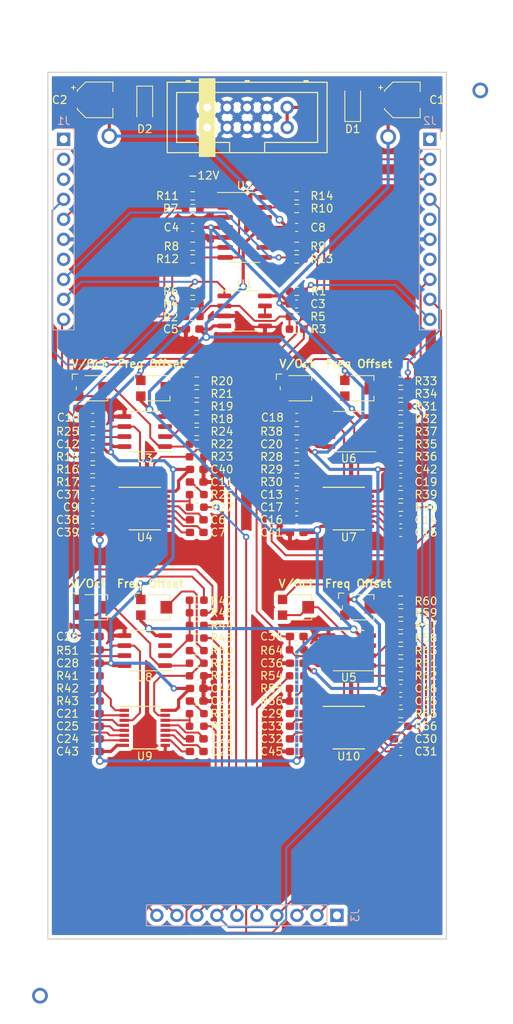
<source format=kicad_pcb>
(kicad_pcb (version 20211014) (generator pcbnew)
  (layers (0 "F.Cu" signal) (31 "B.Cu" signal) (34 "B.Paste" user) (35 "F.Paste" user) (36 "B.SilkS" user "B.Silkscreen") (37 "F.SilkS" user "F.Silkscreen") (38 "B.Mask" user) (39 "F.Mask" user) (44 "Edge.Cuts" user))
  (net 0 "")
  (net 1 "+12V")
  (net 2 "GND")
  (net 3 "-12V")
  (net 4 "Net-(C9-Pad2)")
  (net 5 "/Audio_Out1")
  (net 6 "Net-(C10-Pad2)")
  (net 7 "Net-(C6-Pad1)")
  (net 8 "Net-(C6-Pad2)")
  (net 9 "Net-(C7-Pad1)")
  (net 10 "Net-(C7-Pad2)")
  (net 11 "Net-(C11-Pad1)")
  (net 12 "Net-(C9-Pad1)")
  (net 13 "Net-(C13-Pad1)")
  (net 14 "Net-(C13-Pad2)")
  (net 15 "Net-(C14-Pad1)")
  (net 16 "Net-(C14-Pad2)")
  (net 17 "Net-(C15-Pad1)")
  (net 18 "Net-(C15-Pad2)")
  (net 19 "Net-(C16-Pad1)")
  (net 20 "Net-(C16-Pad2)")
  (net 21 "Net-(C17-Pad1)")
  (net 22 "Net-(C17-Pad2)")
  (net 23 "/Audio_Out2")
  (net 24 "Net-(FREQ_OFFSET1-Pad2)")
  (net 25 "Net-(C18-Pad2)")
  (net 26 "Net-(C19-Pad1)")
  (net 27 "Net-(C21-Pad1)")
  (net 28 "Net-(C21-Pad2)")
  (net 29 "Net-(C22-Pad1)")
  (net 30 "Net-(C22-Pad2)")
  (net 31 "Net-(C23-Pad1)")
  (net 32 "Net-(C23-Pad2)")
  (net 33 "Net-(C24-Pad1)")
  (net 34 "Net-(C24-Pad2)")
  (net 35 "Net-(C25-Pad1)")
  (net 36 "Net-(C25-Pad2)")
  (net 37 "/Audio_Out3")
  (net 38 "Net-(C26-Pad2)")
  (net 39 "Net-(C27-Pad1)")
  (net 40 "Net-(C29-Pad1)")
  (net 41 "Net-(C29-Pad2)")
  (net 42 "Net-(C30-Pad1)")
  (net 43 "Net-(C30-Pad2)")
  (net 44 "Net-(C31-Pad1)")
  (net 45 "Net-(C31-Pad2)")
  (net 46 "Net-(C32-Pad1)")
  (net 47 "Net-(C32-Pad2)")
  (net 48 "Net-(C33-Pad1)")
  (net 49 "Net-(C33-Pad2)")
  (net 50 "/Audio_Out4")
  (net 51 "Net-(C34-Pad2)")
  (net 52 "Net-(C35-Pad1)")
  (net 53 "Net-(FREQ_OFFSET2-Pad2)")
  (net 54 "Net-(FREQ_OFFSET3-Pad2)")
  (net 55 "Net-(FREQ_OFFSET4-Pad2)")
  (net 56 "/AUDIO_IN1")
  (net 57 "/FREQ_CV1")
  (net 58 "/FREQ_V_OCT1")
  (net 59 "/AUDIO_BUFF1")
  (net 60 "/AUDIO_IN3")
  (net 61 "/FREQ_CV3")
  (net 62 "/FREQ_V_OCT3")
  (net 63 "/AUDIO_IN2")
  (net 64 "/FREQ_CV2")
  (net 65 "/FREQ_V_OCT2")
  (net 66 "/AUDIO_BUFF2")
  (net 67 "/AUDIO_BUFF3")
  (net 68 "/AUDIO_IN4")
  (net 69 "/AUDIO_BUFF4")
  (net 70 "/FREQ_CV4")
  (net 71 "/FREQ_V_OCT4")
  (net 72 "/FREQ_POT")
  (net 73 "/Q_POT")
  (net 74 "/FREQ_POT_5V")
  (net 75 "/AUDIO_MIX")
  (net 76 "Net-(R2-Pad1)")
  (net 77 "Net-(R11-Pad2)")
  (net 78 "Net-(R12-Pad2)")
  (net 79 "Net-(R13-Pad2)")
  (net 80 "Net-(R10-Pad1)")
  (net 81 "Net-(R18-Pad1)")
  (net 82 "Net-(R21-Pad1)")
  (net 83 "/Filter_Voice1/FREQ_CTRL")
  (net 84 "Net-(R22-Pad2)")
  (net 85 "/Filter_Voice1/Q_CTRL")
  (net 86 "Net-(R31-Pad1)")
  (net 87 "Net-(R34-Pad1)")
  (net 88 "/Filter_Voice2/FREQ_CTRL")
  (net 89 "Net-(R35-Pad2)")
  (net 90 "/Filter_Voice2/Q_CTRL")
  (net 91 "Net-(R44-Pad1)")
  (net 92 "Net-(R47-Pad1)")
  (net 93 "/Filter_Voice3/FREQ_CTRL")
  (net 94 "Net-(R48-Pad2)")
  (net 95 "/Filter_Voice3/Q_CTRL")
  (net 96 "Net-(R57-Pad1)")
  (net 97 "Net-(R60-Pad1)")
  (net 98 "/Filter_Voice4/FREQ_CTRL")
  (net 99 "Net-(R61-Pad2)")
  (net 100 "/Filter_Voice4/Q_CTRL")
  (net 101 "/+12V_IN")
  (net 102 "/-12V_IN")
  (net 103 "Net-(U1-Pad6)")
  (net 112 "Net-(C37-Pad1)")
  (net 113 "Net-(C37-Pad2)")
  (net 114 "Net-(C38-Pad2)")
  (net 115 "Net-(C38-Pad1)")
  (footprint "Capacitor_SMD:C_0603_1608Metric_Pad1.08x0.95mm_HandSolder" (layer "F.Cu") (at 81.6 133)
    (fp_text reference "C33")
    (fp_text value "560pF")
  )
  (footprint "Package_SO:SOIC-14_3.9x8.7mm_P1.27mm" (layer "F.Cu") (at 74.9875 69.6875)
    (fp_text reference "U2")
    (fp_text value "TL074")
  )
  (footprint "Resistor_SMD:R_0603_1608Metric_Pad0.98x0.95mm_HandSolder" (layer "F.Cu") (at 68.9 120.2)
    (fp_text reference "R44")
    (fp_text value "100k")
  )
  (footprint "Resistor_SMD:R_0603_1608Metric_Pad0.98x0.95mm_HandSolder" (layer "F.Cu") (at 68.9 98.8)
    (fp_text reference "R23")
    (fp_text value "1k")
  )
  (footprint "Potentiometer_SMD:Potentiometer_Bourns_TC33X_Vertical" (layer "F.Cu") (at 89.5 90.1)
    (fp_text reference "FREQ_OFFSET2" hide)
    (fp_text value "50k")
  )
  (footprint "Capacitor_SMD:C_0603_1608Metric_Pad1.08x0.95mm_HandSolder" (layer "F.Cu") (at 68.3875 69.6875 180)
    (fp_text reference "C4")
    (fp_text value "1uF")
  )
  (footprint "Diode_SMD:D_SOD-123" (layer "F.Cu") (at 88.7 54 90)
    (fp_text reference "D1")
    (fp_text value "1N5819")
  )
  (footprint "Resistor_SMD:R_0603_1608Metric_Pad0.98x0.95mm_HandSolder" (layer "F.Cu") (at 68.9 133 180)
    (fp_text reference "R53")
    (fp_text value "26.7k")
  )
  (footprint "Capacitor_SMD:C_0603_1608Metric_Pad1.08x0.95mm_HandSolder" (layer "F.Cu") (at 55.7 106.8)
    (fp_text reference "C38")
    (fp_text value "6.8nF")
  )
  (footprint "Resistor_SMD:R_0603_1608Metric_Pad0.98x0.95mm_HandSolder" (layer "F.Cu") (at 94.8 131.4 180)
    (fp_text reference "R65")
    (fp_text value "499")
  )
  (footprint "Package_SO:SO-8_3.9x4.9mm_P1.27mm" (layer "F.Cu") (at 62.3 123.4 180)
    (fp_text reference "U8")
    (fp_text value "TL072")
  )
  (footprint "Capacitor_SMD:C_0603_1608Metric_Pad1.08x0.95mm_HandSolder" (layer "F.Cu") (at 81.6 136.2 180)
    (fp_text reference "C45")
    (fp_text value "1uF")
  )
  (footprint "Resistor_SMD:R_0603_1608Metric_Pad0.98x0.95mm_HandSolder" (layer "F.Cu") (at 94.8 121.8)
    (fp_text reference "R58")
    (fp_text value "100k")
  )
  (footprint "Package_SO:SO-8_3.9x4.9mm_P1.27mm" (layer "F.Cu") (at 62.3 95.6 180)
    (fp_text reference "U3")
    (fp_text value "TL072")
  )
  (footprint "Capacitor_SMD:C_0603_1608Metric_Pad1.08x0.95mm_HandSolder" (layer "F.Cu") (at 55.7 93.8)
    (fp_text reference "C10")
    (fp_text value "100pF")
  )
  (footprint "Custom_Footprints:Eurorack_10_pin_header" (layer "F.Cu") (at 70.22 57)
    (fp_text reference "J4" hide)
    (fp_text value "Eurorack_10_pin_power")
  )
  (footprint "Capacitor_SMD:C_0603_1608Metric_Pad1.08x0.95mm_HandSolder" (layer "F.Cu") (at 94.8 106.8 180)
    (fp_text reference "C14")
    (fp_text value "6.8nF")
  )
  (footprint "Potentiometer_SMD:Potentiometer_Bourns_TC33X_Vertical" (layer "F.Cu") (at 89.5 117.9)
    (fp_text reference "FREQ_OFFSET4" hide)
    (fp_text value "50k")
  )
  (footprint "Package_SO:SO-8_3.9x4.9mm_P1.27mm" (layer "F.Cu") (at 88.2 123.4 180)
    (fp_text reference "U5")
    (fp_text value "TL072")
  )
  (footprint "Resistor_SMD:R_0603_1608Metric_Pad0.98x0.95mm_HandSolder" (layer "F.Cu") (at 94.8 97.2 180)
    (fp_text reference "R35")
    (fp_text value "100k")
  )
  (footprint "Resistor_SMD:R_0603_1608Metric_Pad0.98x0.95mm_HandSolder" (layer "F.Cu") (at 68.3875 80.9875 180)
    (fp_text reference "R2")
    (fp_text value "10k")
  )
  (footprint "Capacitor_SMD:C_0603_1608Metric_Pad1.08x0.95mm_HandSolder" (layer "F.Cu") (at 94.8 134.6 180)
    (fp_text reference "C30")
    (fp_text value "6.8nF")
  )
  (footprint "Capacitor_SMD:C_0603_1608Metric_Pad1.08x0.95mm_HandSolder" (layer "F.Cu") (at 81.5875 79.4)
    (fp_text reference "C3")
    (fp_text value "1uF")
  )
  (footprint "Resistor_SMD:R_0603_1608Metric_Pad0.98x0.95mm_HandSolder" (layer "F.Cu") (at 68.9 90.8 180)
    (fp_text reference "R21")
    (fp_text value "162k")
  )
  (footprint "Resistor_SMD:R_0603_1608Metric_Pad0.98x0.95mm_HandSolder" (layer "F.Cu") (at 55.7 128.2)
    (fp_text reference "R42")
    (fp_text value "200")
  )
  (footprint "Capacitor_SMD:C_0603_1608Metric_Pad1.08x0.95mm_HandSolder" (layer "F.Cu") (at 94.8 108.4 180)
    (fp_text reference "C15")
    (fp_text value "6.8nF")
  )
  (footprint "Potentiometer_SMD:Potentiometer_Bourns_TC33X_Vertical" (layer "F.Cu") (at 81.6 117.9)
    (fp_text reference "V_OCT4" hide)
    (fp_text value "50k")
  )
  (footprint "Capacitor_SMD:C_0603_1608Metric_Pad1.08x0.95mm_HandSolder" (layer "F.Cu") (at 94.8 136.2 180)
    (fp_text reference "C31")
    (fp_text value "6.8nF")
  )
  (footprint "Capacitor_SMD:C_0603_1608Metric_Pad1.08x0.95mm_HandSolder" (layer "F.Cu") (at 68.9 102)
    (fp_text reference "C11")
    (fp_text value "10nF")
  )
  (footprint "Resistor_SMD:R_0603_1608Metric_Pad0.98x0.95mm_HandSolder" (layer "F.Cu") (at 94.8 95.6)
    (fp_text reference "R37")
    (fp_text value "499k")
  )
  (footprint "Capacitor_SMD:C_0603_1608Metric_Pad1.08x0.95mm_HandSolder" (layer "F.Cu") (at 55.7 97.2 180)
    (fp_text reference "C12")
    (fp_text value "1uF")
  )
  (footprint "Resistor_SMD:R_0603_1608Metric_Pad0.98x0.95mm_HandSolder" (layer "F.Cu") (at 94.8 120.2)
    (fp_text reference "R57")
    (fp_text value "100k")
  )
  (footprint "Resistor_SMD:R_0603_1608Metric_Pad0.98x0.95mm_HandSolder" (layer "F.Cu") (at 68.9 123.4)
    (fp_text reference "R50")
    (fp_text value "499k")
  )
  (footprint "Capacitor_SMD:C_0603_1608Metric_Pad1.08x0.95mm_HandSolder" (layer "F.Cu") (at 55.7 105.2)
    (fp_text reference "C9")
    (fp_text value "560pF")
  )
  (footprint "Resistor_SMD:R_0603_1608Metric_Pad0.98x0.95mm_HandSolder" (layer "F.Cu") (at 55.7 123.3)
    (fp_text reference "R51")
    (fp_text value "33.2k")
  )
  (footprint "Resistor_SMD:R_0603_1608Metric_Pad0.98x0.95mm_HandSolder" (layer "F.Cu") (at 68.9 105.2 180)
    (fp_text reference "R27")
    (fp_text value "26.7k")
  )
  (footprint "Resistor_SMD:R_0603_1608Metric_Pad0.98x0.95mm_HandSolder" (layer "F.Cu") (at 94.8 89.2)
    (fp_text reference "R33")
    (fp_text value "100k")
  )
  (footprint "Resistor_SMD:R_0603_1608Metric_Pad0.98x0.95mm_HandSolder" (layer "F.Cu") (at 81.5875 72.0875)
    (fp_text reference "R9")
    (fp_text value "10k")
  )
  (footprint "Resistor_SMD:R_0603_1608Metric_Pad0.98x0.95mm_HandSolder" (layer "F.Cu") (at 81.5875 73.6875)
    (fp_text reference "R13")
    (fp_text value "10k")
  )
  (footprint "Resistor_SMD:R_0603_1608Metric_Pad0.98x0.95mm_HandSolder" (layer "F.Cu") (at 68.9 118.6)
    (fp_text reference "R46")
    (fp_text value "100k")
  )
  (footprint "Resistor_SMD:R_0603_1608Metric_Pad0.98x0.95mm_HandSolder" (layer "F.Cu") (at 68.9 97.2 180)
    (fp_text reference "R22")
    (fp_text value "100k")
  )
  (footprint "Capacitor_SMD:CP_Elec_4x5.8" (layer "F.Cu") (at 56 53.5)
    (fp_text reference "C2")
    (fp_text value "22uF")
  )
  (footprint "Capacitor_SMD:C_0603_1608Metric_Pad1.08x0.95mm_HandSolder" (layer "F.Cu") (at 68.9 134.6 180)
    (fp_text reference "C22")
    (fp_text value "6.8nF")
  )
  (footprint "Capacitor_SMD:C_0603_1608Metric_Pad1.08x0.95mm_HandSolder" (layer "F.Cu") (at 81.6 105.2)
    (fp_text reference "C17")
    (fp_text value "560pF")
  )
  (footprint "Capacitor_SMD:C_0603_1608Metric_Pad1.08x0.95mm_HandSolder" (layer "F.Cu") (at 68.9 100.4)
    (fp_text reference "C40")
    (fp_text value "1uF")
  )
  (footprint "Capacitor_SMD:C_0603_1608Metric_Pad1.08x0.95mm_HandSolder" (layer "F.Cu") (at 94.8 102)
    (fp_text reference "C19")
    (fp_text value "10nF")
  )
  (footprint "Resistor_SMD:R_0603_1608Metric_Pad0.98x0.95mm_HandSolder" (layer "F.Cu") (at 81.6 95.5)
    (fp_text reference "R38")
    (fp_text value "33.2k")
  )
  (footprint "Resistor_SMD:R_0603_1608Metric_Pad0.98x0.95mm_HandSolder" (layer "F.Cu") (at 68.9 94)
    (fp_text reference "R18")
    (fp_text value "100k")
  )
  (footprint "Custom_Footprints:1.3mm_Test_Point" (layer "F.Cu") (at 57.8 58.1)
    (fp_text reference "TP2" hide)
    (fp_text value "TestPoint")
  )
  (footprint "Potentiometer_SMD:Potentiometer_Bourns_TC33X_Vertical" (layer "F.Cu") (at 55.7 117.9)
    (fp_text reference "V_OCT3" hide)
    (fp_text value "50k")
  )
  (footprint "Resistor_SMD:R_0603_1608Metric_Pad0.98x0.95mm_HandSolder" (layer "F.Cu") (at 55.7 100.4)
    (fp_text reference "R16")
    (fp_text value "200")
  )
  (footprint "Resistor_SMD:R_0603_1608Metric_Pad0.98x0.95mm_HandSolder" (layer "F.Cu") (at 81.5875 67.2875)
    (fp_text reference "R10")
    (fp_text value "10k")
  )
  (footprint "Potentiometer_SMD:Potentiometer_Bourns_TC33X_Vertical" (layer "F.Cu") (at 55.7 90.1)
    (fp_text reference "V_OCT1" hide)
    (fp_text value "50k")
  )
  (footprint "Capacitor_SMD:C_0603_1608Metric_Pad1.08x0.95mm_HandSolder" (layer "F.Cu") (at 81.6 93.8)
    (fp_text reference "C18")
    (fp_text value "100pF")
  )
  (footprint "Resistor_SMD:R_0603_1608Metric_Pad0.98x0.95mm_HandSolder" (layer "F.Cu") (at 94.8 126.6)
    (fp_text reference "R62")
    (fp_text value "1k")
  )
  (footprint "Resistor_SMD:R_0603_1608Metric_Pad0.98x0.95mm_HandSolder" (layer "F.Cu") (at 94.8 90.8 180)
    (fp_text reference "R34")
    (fp_text value "162k")
  )
  (footprint "Diode_SMD:D_SOD-123" (layer "F.Cu") (at 62.3 54 -90)
    (fp_text reference "D2")
    (fp_text value "1N5819")
  )
  (footprint "Resistor_SMD:R_0603_1608Metric_Pad0.98x0.95mm_HandSolder" (layer "F.Cu") (at 68.9 92.4)
    (fp_text reference "R19")
    (fp_text value "100k")
  )
  (footprint "Resistor_SMD:R_0603_1608Metric_Pad0.98x0.95mm_HandSolder" (layer "F.Cu") (at 81.6 123.3)
    (fp_text reference "R64")
    (fp_text value "33.2k")
  )
  (footprint "Capacitor_SMD:C_0603_1608Metric_Pad1.08x0.95mm_HandSolder" (layer "F.Cu") (at 55.7 131.4 180)
    (fp_text reference "C21")
    (fp_text value "3.3nF")
  )
  (footprint "Capacitor_SMD:C_0603_1608Metric_Pad1.08x0.95mm_HandSolder" (layer "F.Cu") (at 68.3875 82.5875 180)
    (fp_text reference "C5")
    (fp_text value "1uF")
  )
  (footprint "Package_SO:SSOP-16_3.9x4.9mm_P0.635mm" (layer "F.Cu") (at 88.2 105.4)
    (fp_text reference "U7")
    (fp_text value "SSI2144")
  )
  (footprint "Capacitor_SMD:C_0603_1608Metric_Pad1.08x0.95mm_HandSolder" (layer "F.Cu") (at 81.6 121.6)
    (fp_text reference "C34")
    (fp_text value "100pF")
  )
  (footprint "Resistor_SMD:R_0603_1608Metric_Pad0.98x0.95mm_HandSolder" (layer "F.Cu") (at 94.8 98.8)
    (fp_text reference "R36")
    (fp_text value "1k")
  )
  (footprint "Resistor_SMD:R_0603_1608Metric_Pad0.98x0.95mm_HandSolder" (layer "F.Cu") (at 81.5875 82.6)
    (fp_text reference "R3")
    (fp_text value "10k")
  )
  (footprint "Resistor_SMD:R_0603_1608Metric_Pad0.98x0.95mm_HandSolder" (layer "F.Cu") (at 68.3875 77.7875)
    (fp_text reference "R6")
    (fp_text value "10k")
  )
  (footprint "Resistor_SMD:R_0603_1608Metric_Pad0.98x0.95mm_HandSolder" (layer "F.Cu") (at 81.6 129.8 180)
    (fp_text reference "R56")
    (fp_text value "200")
  )
  (footprint "Package_SO:SO-8_3.9x4.9mm_P1.27mm" (layer "F.Cu") (at 88.2 95.6 180)
    (fp_text reference "U6")
    (fp_text value "TL072")
  )
  (footprint "Resistor_SMD:R_0603_1608Metric_Pad0.98x0.95mm_HandSolder" (layer "F.Cu") (at 68.9 131.4 180)
    (fp_text reference "R52")
    (fp_text value "499")
  )
  (footprint "Package_SO:SSOP-16_3.9x4.9mm_P0.635mm" (layer "F.Cu") (at 88.2 133.2)
    (fp_text reference "U10")
    (fp_text value "SSI2144")
  )
  (footprint "Resistor_SMD:R_0603_1608Metric_Pad0.98x0.95mm_HandSolder" (layer "F.Cu") (at 68.3875 67.2875 180)
    (fp_text reference "R7")
    (fp_text value "10k")
  )
  (footprint "Resistor_SMD:R_0603_1608Metric_Pad0.98x0.95mm_HandSolder" (layer "F.Cu") (at 81.6 126.6 180)
    (fp_text reference "R54")
    (fp_text value "68.1k")
  )
  (footprint "Capacitor_SMD:C_0603_1608Metric_Pad1.08x0.95mm_HandSolder" (layer "F.Cu") (at 55.7 125 180)
    (fp_text reference "C28")
    (fp_text value "1uF")
  )
  (footprint "Capacitor_SMD:C_0603_1608Metric_Pad1.08x0.95mm_HandSolder" (layer "F.Cu") (at 55.7 134.6)
    (fp_text reference "C24")
    (fp_text value "6.8nF")
  )
  (footprint "Resistor_SMD:R_0603_1608Metric_Pad0.98x0.95mm_HandSolder" (layer "F.Cu") (at 68.3875 73.6875 180)
    (fp_text reference "R12")
    (fp_text value "10k")
  )
  (footprint "Resistor_SMD:R_0603_1608Metric_Pad0.98x0.95mm_HandSolder" (layer "F.Cu") (at 68.9 103.6 180)
    (fp_text reference "R26")
    (fp_text value "499")
  )
  (footprint "Resistor_SMD:R_0603_1608Metric_Pad0.98x0.95mm_HandSolder" (layer "F.Cu") (at 68.9 89.2)
    (fp_text reference "R20")
    (fp_text value "100k")
  )
  (footprint "Resistor_SMD:R_0603_1608Metric_Pad0.98x0.95mm_HandSolder" (layer "F.Cu") (at 68.3875 72.0875 180)
    (fp_text reference "R8")
    (fp_text value "10k")
  )
  (footprint "Capacitor_SMD:C_0603_1608Metric_Pad1.08x0.95mm_HandSolder" (layer "F.Cu") (at 55.7 133)
    (fp_text reference "C25")
    (fp_text value "560pF")
  )
  (footprint "Resistor_SMD:R_0603_1608Metric_Pad0.98x0.95mm_HandSolder" (layer "F.Cu") (at 81.6 98.8 180)
    (fp_text reference "R28")
    (fp_text value "68.1k")
  )
  (footprint "Capacitor_SMD:C_0603_1608Metric_Pad1.08x0.95mm_HandSolder" (layer "F.Cu") (at 55.7 103.6 180)
    (fp_text reference "C37")
    (fp_text value "3.3nF")
  )
  (footprint "Package_SO:SSOP-16_3.9x4.9mm_P0.635mm" (layer "F.Cu") (at 62.3 105.4)
    (fp_text reference "U4")
    (fp_text value "SSI2144")
  )
  (footprint "Resistor_SMD:R_0603_1608Metric_Pad0.98x0.95mm_HandSolder" (layer "F.Cu") (at 81.6 128.2)
    (fp_text reference "R55")
    (fp_text value "200")
  )
  (footprint "Resistor_SMD:R_0603_1608Metric_Pad0.98x0.95mm_HandSolder" (layer "F.Cu") (at 55.7 126.6 180)
    (fp_text reference "R41")
    (fp_text value "68.1k")
  )
  (footprint "Capacitor_SMD:C_0603_1608Metric_Pad1.08x0.95mm_HandSolder" (layer "F.Cu") (at 94.8 128.2)
    (fp_text reference "C46")
    (fp_text value "1uF")
  )
  (footprint "Capacitor_SMD:C_0603_1608Metric_Pad1.08x0.95mm_HandSolder" (layer "F.Cu") (at 81.6 125 180)
    (fp_text reference "C36")
    (fp_text value "1uF")
  )
  (footprint "Package_SO:SSOP-16_3.9x4.9mm_P0.635mm" (layer "F.Cu") (at 62.3 133.2)
    (fp_text reference "U9")
    (fp_text value "SSI2144")
  )
  (footprint "Resistor_SMD:R_0603_1608Metric_Pad0.98x0.95mm_HandSolder" (layer "F.Cu") (at 94.8 94)
    (fp_text reference "R32")
    (fp_text value "100k")
  )
  (footprint "Resistor_SMD:R_0603_1608Metric_Pad0.98x0.95mm_HandSolder" (layer "F.Cu") (at 68.9 125 180)
    (fp_text reference "R48")
    (fp_text value "100k")
  )
  (footprint "Capacitor_SMD:C_0603_1608Metric_Pad1.08x0.95mm_HandSolder" (layer "F.Cu") (at 68.9 129.8)
    (fp_text reference "C27")
    (fp_text value "10nF")
  )
  (footprint "Resistor_SMD:R_0603_1608Metric_Pad0.98x0.95mm_HandSolder" (layer "F.Cu") (at 81.6 102 180)
    (fp_text reference "R30")
    (fp_text value "200")
  )
  (footprint "Potentiometer_SMD:Potentiometer_Bourns_TC33X_Vertical" (layer "F.Cu") (at 63.6 117.9)
    (fp_text reference "FREQ_OFFSET3" hide)
    (fp_text value "50k")
  )
  (footprint "Resistor_SMD:R_0603_1608Metric_Pad0.98x0.95mm_HandSolder" (layer "F.Cu") (at 94.8 105.2 180)
    (fp_text reference "R40")
    (fp_text value "26.7k")
  )
  (footprint "Potentiometer_SMD:Potentiometer_Bourns_TC33X_Vertical" (layer "F.Cu") (at 63.6 90.1)
    (fp_text reference "FREQ_OFFSET1" hide)
    (fp_text value "50k")
  )
  (footprint "Custom_Footprints:1.3mm_Test_Point" (layer "F.Cu") (at 104.9 52.3)
    (fp_text reference "TP4" hide)
    (fp_text value "TestPoint")
  )
  (footprint "Capacitor_SMD:C_0603_1608Metric_Pad1.08x0.95mm_HandSolder" (layer "F.Cu") (at 68.9 128.2)
    (fp_text reference "C44")
    (fp_text value "1uF")
  )
  (footprint "Capacitor_SMD:C_0603_1608Metric_Pad1.08x0.95mm_HandSolder" (layer "F.Cu") (at 81.5875 69.6875)
    (fp_text reference "C8")
    (fp_text value "1uF")
  )
  (footprint "Resistor_SMD:R_0603_1608Metric_Pad0.98x0.95mm_HandSolder" (layer "F.Cu") (at 94.8 133 180)
    (fp_text reference "R66")
    (fp_text value "26.7k")
  )
  (footprint "Resistor_SMD:R_0603_1608Metric_Pad0.98x0.95mm_HandSolder" (layer "F.Cu") (at 68.3875 79.3875 180)
    (fp_text reference "R4")
    (fp_text value "10k")
  )
  (footprint "Capacitor_SMD:C_0603_1608Metric_Pad1.08x0.95mm_HandSolder" (layer "F.Cu") (at 81.6 108.4 180)
    (fp_text reference "C41")
    (fp_text value "1uF")
  )
  (footprint "Resistor_SMD:R_0603_1608Metric_Pad0.98x0.95mm_HandSolder" (layer "F.Cu") (at 94.8 118.6)
    (fp_text reference "R59")
    (fp_text value "100k")
  )
  (footprint "Capacitor_SMD:C_0603_1608Metric_Pad1.08x0.95mm_HandSolder" (layer "F.Cu") (at 55.7 136.2 180)
    (fp_text reference "C43")
    (fp_text value "1uF")
  )
  (footprint "Resistor_SMD:R_0603_1608Metric_Pad0.98x0.95mm_HandSolder" (layer "F.Cu") (at 81.6 77.8)
    (fp_text reference "R1")
    (fp_text value "14k")
  )
  (footprint "Capacitor_SMD:C_0603_1608Metric_Pad1.08x0.95mm_HandSolder" (layer "F.Cu") (at 81.6 106.8)
    (fp_text reference "C16")
    (fp_text value "6.8nF")
  )
  (footprint "Resistor_SMD:R_0603_1608Metric_Pad0.98x0.95mm_HandSolder" (layer "F.Cu") (at 55.7 95.5)
    (fp_text reference "R25")
    (fp_text value "33.2k")
  )
  (footprint "Potentiometer_SMD:Potentiometer_Bourns_TC33X_Vertical" (layer "F.Cu") (at 81.6 90.1)
    (fp_text reference "V_OCT2" hide)
    (fp_text value "50k")
  )
  (footprint "Resistor_SMD:R_0603_1608Metric_Pad0.98x0.95mm_HandSolder" (layer "F.Cu") (at 68.9 117 180)
    (fp_text reference "R47")
    (fp_text value "162k")
  )
  (footprint "Capacitor_SMD:C_0603_1608Metric_Pad1.08x0.95mm_HandSolder" (layer "F.Cu") (at 81.6 103.6 180)
    (fp_text reference "C13")
    (fp_text value "3.3nF")
  )
  (footprint "Resistor_SMD:R_0603_1608Metric_Pad0.98x0.95mm_HandSolder" (layer "F.Cu") (at 81.5875 65.6875)
    (fp_text reference "R14")
    (fp_text value "10k")
  )
  (footprint "Resistor_SMD:R_0603_1608Metric_Pad0.98x0.95mm_HandSolder" (layer "F.Cu") (at 55.7 98.8 180)
    (fp_text reference "R15")
    (fp_text value "68.1k")
  )
  (footprint "Resistor_SMD:R_0603_1608Metric_Pad0.98x0.95mm_HandSolder" (layer "F.Cu") (at 55.7 102 180)
    (fp_text reference "R17")
    (fp_text value "200")
  )
  (footprint "Resistor_SMD:R_0603_1608Metric_Pad0.98x0.95mm_HandSolder" (layer "F.Cu") (at 68.9 95.6)
    (fp_text reference "R24")
    (fp_text value "499k")
  )
  (footprint "Custom_Footprints:1.3mm_Test_Point" (layer "F.Cu") (at 93.2 58.2)
    (fp_text reference "TP1" hide)
    (fp_text value "TestPoint")
  )
  (footprint "Capacitor_SMD:C_0603_1608Metric_Pad1.08x0.95mm_HandSolder" (layer "F.Cu") (at 68.9 106.8 180)
    (fp_text reference "C6")
    (fp_text value "6.8nF")
  )
  (footprint "Capacitor_SMD:C_0603_1608Metric_Pad1.08x0.95mm_HandSolder" (layer "F.Cu") (at 68.9 136.2 180)
    (fp_text reference "C23")
    (fp_text value "6.8nF")
  )
  (footprint "Resistor_SMD:R_0603_1608Metric_Pad0.98x0.95mm_HandSolder" (layer "F.Cu") (at 94.8 92.4)
    (fp_text reference "R31")
    (fp_text value "100k")
  )
  (footprint "Resistor_SMD:R_0603_1608Metric_Pad0.98x0.95mm_HandSolder" (layer "F.Cu") (at 94.8 103.6 180)
    (fp_text reference "R39")
    (fp_text value "499")
  )
  (footprint "Capacitor_SMD:C_0603_1608Metric_Pad1.08x0.95mm_HandSolder" (layer "F.Cu") (at 55.7 121.6)
    (fp_text reference "C26")
    (fp_text value "100pF")
  )
  (footprint "Resistor_SMD:R_0603_1608Metric_Pad0.98x0.95mm_HandSolder" (layer "F.Cu") (at 55.7 129.8 180)
    (fp_text reference "R43")
    (fp_text value "200")
  )
  (footprint "Capacitor_SMD:CP_Elec_4x5.8" (layer "F.Cu") (at 95 53.5)
    (fp_text reference "C1")
    (fp_text value "22uF")
  )
  (footprint "Capacitor_SMD:C_0603_1608Metric_Pad1.08x0.95mm_HandSolder" (layer "F.Cu") (at 94.8 100.4)
    (fp_text reference "C42")
    (fp_text value "1uF")
  )
  (footprint "Resistor_SMD:R_0603_1608Metric_Pad0.98x0.95mm_HandSolder" (layer "F.Cu") (at 94.8 125 180)
    (fp_text reference "R61")
    (fp_text value "100k")
  )
  (footprint "Capacitor_SMD:C_0603_1608Metric_Pad1.08x0.95mm_HandSolder" (layer "F.Cu") (at 81.6 134.6)
    (fp_text reference "C32")
    (fp_text value "6.8nF")
  )
  (footprint "Resistor_SMD:R_0603_1608Metric_Pad0.98x0.95mm_HandSolder" (layer "F.Cu") (at 94.8 117 180)
    (fp_text reference "R60")
    (fp_text value "162k")
  )
  (footprint "Resistor_SMD:R_0603_1608Metric_Pad0.98x0.95mm_HandSolder" (layer "F.Cu") (at 81.5875 81)
    (fp_text reference "R5")
    (fp_text value "10k")
  )
  (footprint "Resistor_SMD:R_0603_1608Metric_Pad0.98x0.95mm_HandSolder" (layer "F.Cu") (at 68.9 126.6)
    (fp_text reference "R49")
    (fp_text value "1k")
  )
  (footprint "Capacitor_SMD:C_0603_1608Metric_Pad1.08x0.95mm_HandSolder" (layer "F.Cu") (at 68.9 108.4 180)
    (fp_text reference "C7")
    (fp_text value "6.8nF")
  )
  (footprint "Resistor_SMD:R_0603_1608Metric_Pad0.98x0.95mm_HandSolder" (layer "F.Cu") (at 81.6 100.4)
    (fp_text reference "R29")
    (fp_text value "200")
  )
  (footprint "Resistor_SMD:R_0603_1608Metric_Pad0.98x0.95mm_HandSolder" (layer "F.Cu") (at 68.3875 65.6875 180)
    (fp_text reference "R11")
    (fp_text value "10k")
  )
  (footprint "Resistor_SMD:R_0603_1608Metric_Pad0.98x0.95mm_HandSolder" (layer "F.Cu") (at 94.8 123.4)
    (fp_text reference "R63")
    (fp_text value "499k")
  )
  (footprint "Capacitor_SMD:C_0603_1608Metric_Pad1.08x0.95mm_HandSolder" (layer "F.Cu") (at 81.6 131.4 180)
    (fp_text reference "C29")
    (fp_text value "3.3nF")
  )
  (footprint "Capacitor_SMD:C_0603_1608Metric_Pad1.08x0.95mm_HandSolder" (layer "F.Cu") (at 55.7 108.4 180)
    (fp_text reference "C39")
    (fp_text value "1uF")
  )
  (footprint "Capacitor_SMD:C_0603_1608Metric_Pad1.08x0.95mm_HandSolder" (layer "F.Cu") (at 81.6 97.2 180)
    (fp_text reference "C20")
    (fp_text value "1uF")
  )
  (footprint "Custom_Footprints:1.3mm_Test_Point" (layer "F.Cu") (at 49 167.2)
    (fp_text reference "TP3" hide)
    (fp_text value "TestPoint")
  )
  (footprint "Resistor_SMD:R_0603_1608Metric_Pad0.98x0.95mm_HandSolder" (layer "F.Cu") (at 68.9 121.8)
    (fp_text reference "R45")
    (fp_text value "100k")
  )
  (footprint "Package_SO:SO-8_3.9x4.9mm_P1.27mm" (layer "F.Cu") (at 74.9875 80.2875)
    (fp_text reference "U1")
    (fp_text value "TL072")
  )
  (footprint "Capacitor_SMD:C_0603_1608Metric_Pad1.08x0.95mm_HandSolder" (layer "F.Cu") (at 94.8 129.8)
    (fp_text reference "C35")
    (fp_text value "10nF")
  )
  (footprint "Connector_PinHeader_2.54mm:PinHeader_1x10_P2.54mm_Vertical" (layer "B.Cu") (at 86.7 157 90)
    (fp_text reference "J3")
    (fp_text value "IO")
  )
  (footprint "Connector_PinHeader_2.54mm:PinHeader_1x10_P2.54mm_Vertical" (layer "B.Cu") (at 52 58.5 180)
    (fp_text reference "J1")
    (fp_text value "Conn_01x08_Male" hide)
  )
  (footprint "Connector_PinHeader_2.54mm:PinHeader_1x10_P2.54mm_Vertical" (layer "B.Cu") (at 98.5 58.5 180)
    (fp_text reference "J2")
    (fp_text value "Conn_01x08_Male" hide)
  )
  (gr_line (start 100.6 50) (end 100.6 160) (layer "Edge.Cuts") (width 0.15))
  (gr_line locked (start 50 50) (end 100.6 50) (layer "Edge.Cuts") (width 0.15))
  (gr_line (start 50 50) (end 50 160) (layer "Edge.Cuts") (width 0.15))
  (gr_line (start 50 160) (end 100.6 160) (layer "Edge.Cuts") (width 0.15))
  (gr_text "V/Oct" (at 81.6 87) (layer "F.SilkS") (effects (font (size 1 1) (thickness 0.2))))
  (gr_text "Freq Offset" (at 89.5 87) (layer "F.SilkS") (effects (font (size 1 1) (thickness 0.2))))
  (gr_text "V/Oct" (at 55.2 87) (layer "F.SilkS") (effects (font (size 1 1) (thickness 0.2))))
  (gr_text "V/Oct" (at 81.5 114.9) (layer "F.SilkS") (effects (font (size 1 1) (thickness 0.2))))
  (gr_text "Freq Offset" (at 63 114.9) (layer "F.SilkS") (effects (font (size 1 1) (thickness 0.2))))
  (gr_text "Freq Offset" (at 89.4 114.9) (layer "F.SilkS") (effects (font (size 1 1) (thickness 0.2))))
  (gr_text "V/Oct" (at 55.1 114.9) (layer "F.SilkS") (effects (font (size 1 1) (thickness 0.2))))
  (gr_text "Freq Offset" (at 63.1 87) (layer "F.SilkS") (effects (font (size 1 1) (thickness 0.2))))
  (segment (start 66.6 130.6) (end 66.6 129.6375) (width 0.4) (layer "F.Cu") (net 1))
  (segment (start 92.1 128.2) (end 93.9375 128.2) (width 0.4) (layer "F.Cu") (net 1))
  (segment (start 87.7 87.9) (end 87.7 89.1) (width 0.4) (layer "F.Cu") (net 1))
  (segment (start 77.5625 78.3825) (end 79.7075 78.3825) (width 0.4) (layer "F.Cu") (net 1))
  (segment (start 93.2 100.4) (end 93.9375 100.4) (width 0.4) (layer "F.Cu") (net 1))
  (segment (start 56.5625 97.2) (end 58 97.2) (width 0.4) (layer "F.Cu") (net 1))
  (segment (start 80.725 79.4) (end 80.725 77.8375) (width 0.4) (layer "F.Cu") (net 1))
  (segment (start 83.9 97.2) (end 84.205 97.505) (width 0.4) (layer "F.Cu") (net 1))
  (segment (start 84.205 125.305) (end 85.625 125.305) (width 0.4) (layer "F.Cu") (net 1))
  (segment (start 61.8 87.9) (end 61.8 89.1) (width 0.4) (layer "F.Cu") (net 1))
  (segment (start 61.8 116.9) (end 61.75 116.85) (width 0.4) (layer "F.Cu") (net 1))
  (segment (start 88.7 55.65) (end 89.35 55.65) (width 0.4) (layer "F.Cu") (net 1))
  (segment (start 92.5 130.6) (end 92.5 128.9) (width 0.4) (layer "F.Cu") (net 1))
  (segment (start 58.305 97.505) (end 59.725 97.505) (width 0.4) (layer "F.Cu") (net 1))
  (segment (start 66.6 102.8) (end 66.6 101.8375) (width 0.4) (layer "F.Cu") (net 1))
  (segment (start 66 128.2) (end 68.0375 128.2) (width 0.4) (layer "F.Cu") (net 1))
  (segment (start 92.5 102.8) (end 92.5 101.1) (width 0.4) (layer "F.Cu") (net 1))
  (segment (start 66.6 101.8375) (end 68.0375 100.4) (width 0.4) (layer "F.Cu") (net 1))
  (segment (start 61.75 116.85) (end 61.75 114.8755) (width 0.4) (layer "F.Cu") (net 1))
  (segment (start 79.7075 78.3825) (end 80.725 79.4) (width 0.4) (layer "F.Cu") (net 1))
  (segment (start 69.25 69.6875) (end 72.5125 69.6875) (width 0.4) (layer "F.Cu") (net 1))
  (segment (start 93.2 128.2) (end 93.9375 128.2) (width 0.4) (layer "F.Cu") (net 1))
  (segment (start 56.5625 125) (end 58 125) (width 0.4) (layer "F.Cu") (net 1))
  (segment (start 83.4625 126) (end 82.4625 125) (width 0.4) (layer "F.Cu") (net 1))
  (segment (start 83.4625 98.2) (end 82.4625 97.2) (width 0.4) (layer "F.Cu") (net 1))
  (segment (start 58 98.2) (end 57.5625 98.2) (width 0.4) (layer "F.Cu") (net 1))
  (segment (start 65.9 100.4) (end 68.0375 100.4) (width 0.4) (layer "F.Cu") (net 1))
  (segment (start 90.8 103.1775) (end 92.1225 103.1775) (width 0.4) (layer "F.Cu") (net 1))
  (segment (start 66.6 129.6375) (end 68.0375 128.2) (width 0.4) (layer "F.Cu") (net 1))
  (segment (start 92.5 128.9) (end 93.2 128.2) (width 0.4) (layer "F.Cu") (net 1))
  (segment (start 93.2 53.5) (end 93.2 58.2) (width 0.4) (layer "F.Cu") (net 1))
  (segment (start 58 125) (end 58.305 125.305) (width 0.4) (layer "F.Cu") (net 1))
  (segment (start 79.4 79.3) (end 80.625 79.3) (width 0.4) (layer "F.Cu") (net 1))
  (segment (start 80.625 79.3) (end 80.725 79.4) (width 0.4) (layer "F.Cu") (net 1))
  (segment (start 87.7 116.9) (end 88.9 116.9) (width 0.4) (layer "F.Cu") (net 1))
  (segment (start 84.205 97.505) (end 85.625 97.505) (width 0.4) (layer "F.Cu") (net 1))
  (segment (start 83.8 125) (end 83.9 125) (width 0.4) (layer "F.Cu") (net 1))
  (segment (start 83.9 125) (end 84.205 125.305) (width 0.4) (layer "F.Cu") (net 1))
  (segment (start 90.8 130.9775) (end 92.1225 130.9775) (width 0.4) (layer "F.Cu") (net 1))
  (segment (start 57.5625 98.2) (end 56.5625 97.2) (width 0.4) (layer "F.Cu") (net 1))
  (segment (start 92.5 101.1) (end 93.2 100.4) (width 0.4) (layer "F.Cu") (net 1))
  (segment (start 92.1225 130.9775) (end 92.5 130.6) (width 0.4) (layer "F.Cu") (net 1))
  (segment (start 91.5 53.5) (end 93.2 53.5) (width 0.4) (layer "F.Cu") (net 1))
  (segment (start 64.9 130.9775) (end 66.2225 130.9775) (width 0.4) (layer "F.Cu") (net 1))
  (segment (start 64.9 103.1775) (end 66.2225 103.1775) (width 0.4) (layer "F.Cu") (net 1))
  (segment (start 92.1225 103.1775) (end 92.5 102.8) (width 0.4) (layer "F.Cu") (net 1))
  (segment (start 89.35 55.65) (end 91.5 53.5) (width 0.4) (layer "F.Cu") (net 1))
  (segment (start 66.2225 103.1775) (end 66.6 102.8) (width 0.4) (layer "F.Cu") (net 1))
  (segment (start 83.8 126) (end 83.4625 126) (width 0.4) (layer "F.Cu") (net 1))
  (segment (start 82.4625 125) (end 83.8 125) (width 0.4) (layer "F.Cu") (net 1))
  (segment (start 58.305 125.305) (end 59.725 125.305) (width 0.4) (layer "F.Cu") (net 1))
  (segment (start 66.2225 130.9775) (end 66.6 130.6) (width 0.4) (layer "F.Cu") (net 1))
  (segment (start 82.4625 97.2) (end 83.9 97.2) (width 0.4) (layer "F.Cu") (net 1))
  (segment (start 83.9 98.2) (end 83.4625 98.2) (width 0.4) (layer "F.Cu") (net 1))
  (segment (start 93.9375 100.4) (end 91.9 100.4) (width 0.4) (layer "F.Cu") (net 1))
  (segment (start 58 97.2) (end 58.305 97.505) (width 0.4) (layer "F.Cu") (net 1))
  (segment (start 80.725 77.8375) (end 80.6875 77.8) (width 0.4) (layer "F.Cu") (net 1))
  (via (at 61.75 114.8755) (size 0.8) (drill 0.4) (layers "F.Cu" "B.Cu") (net 1))
  (via (at 92.1 128.2) (size 0.8) (drill 0.4) (layers "F.Cu" "B.Cu") (net 1))
  (via (at 87.7 87.9) (size 0.8) (drill 0.4) (layers "F.Cu" "B.Cu") (net 1))
  (via (at 58 98.2) (size 0.8) (drill 0.4) (layers "F.Cu" "B.Cu") (net 1))
  (via (at 70.7 69.7) (size 0.8) (drill 0.4) (layers "F.Cu" "B.Cu") (net 1))
  (via (at 65.9 100.4) (size 0.8) (drill 0.4) (layers "F.Cu" "B.Cu") (net 1))
  (via (at 88.9 116.9) (size 0.8) (drill 0.4) (layers "F.Cu" "B.Cu") (net 1))
  (via (at 91.9 100.4) (size 0.8) (drill 0.4) (layers "F.Cu" "B.Cu") (net 1))
  (via (at 79.4 79.3) (size 0.8) (drill 0.4) (layers "F.Cu" "B.Cu") (net 1))
  (via (at 66 128.2) (size 0.8) (drill 0.4) (layers "F.Cu" "B.Cu") (net 1))
  (via (at 58 125) (size 0.8) (drill 0.4) (layers "F.Cu" "B.Cu") (net 1))
  (via (at 83.8 126) (size 0.8) (drill 0.4) (layers "F.Cu" "B.Cu") (net 1))
  (via (at 83.9 98.2) (size 0.8) (drill 0.4) (layers "F.Cu" "B.Cu") (net 1))
  (via (at 61.8 87.9) (size 0.8) (drill 0.4) (layers "F.Cu" "B.Cu") (net 1))
  (segment (start 88.9 116.9) (end 92.1 120.1) (width 0.4) (layer "B.Cu") (net 1))
  (segment (start 90 93.7) (end 90 90) (width 0.4) (layer "B.Cu") (net 1))
  (segment (start 64.8 99.3) (end 65.9 100.4) (width 0.4) (layer "B.Cu") (net 1))
  (segment (start 70.7 69.7) (end 70.7 79) (width 0.4) (layer "B.Cu") (net 1))
  (segment (start 62.6245 114.8755) (end 61.75 114.8755) (width 0.4) (layer "B.Cu") (net 1))
  (segment (start 87.7 87.7) (end 87.7 87.9) (width 0.4) (layer "B.Cu") (net 1))
  (segment (start 58 98.3) (end 59 99.3) (width 0.4) (layer "B.Cu") (net 1))
  (segment (start 61.8 87.9) (end 58 91.7) (width 0.4) (layer "B.Cu") (net 1))
  (segment (start 93.2 64.6) (end 93.2 58.2) (width 0.4) (layer "B.Cu") (net 1))
  (segment (start 62.8 125) (end 66 128.2) (width 0.4) (layer "B.Cu") (net 1))
  (segment (start 65.9 100.4) (end 65.9 111.6) (width 0.4) (layer "B.Cu") (net 1))
  (segment (start 88.9 116.9) (end 91.9 113.9) (width 0.4) (layer "B.Cu") (net 1))
  (segment (start 58 119.5) (end 61.75 115.75) (width 0.4) (layer "B.Cu") (net 1))
  (segment (start 58 91.7) (end 58 98.3) (width 0.4) (layer "B.Cu") (net 1))
  (segment (start 79.4 78.4) (end 70.7 69.7) (width 0.4) (layer "B.Cu") (net 1))
  (segment (start 90 90) (end 87.9 87.9) (width 0.4) (layer "B.Cu") (net 1))
  (segment (start 85.8 100.4) (end 91.9 100.4) (width 0.4) (layer "B.Cu") (net 1))
  (segment (start 86 128.2) (end 83.8 126) (width 0.4) (layer "B.Cu") (net 1))
  (segment (start 61.75 115.75) (end 61.75 114.8755) (width 0.4) (layer "B.Cu") (net 1))
  (segment (start 79.4 78.4) (end 79.4 79.4) (width 0.4) (layer "B.Cu") (net 1))
  (segment (start 65.9 111.6) (end 62.6245 114.8755) (width 0.4) (layer "B.Cu") (net 1))
  (segment (start 87.9 87.9) (end 87.7 87.9) (width 0.4) (layer "B.Cu") (net 1))
  (segment (start 83.9 98.5) (end 85.8 100.4) (width 0.4) (layer "B.Cu") (net 1))
  (segment (start 70.7 79) (end 61.8 87.9) (width 0.4) (layer "B.Cu") (net 1))
  (segment (start 59 99.3) (end 64.8 99.3) (width 0.4) (layer "B.Cu") (net 1))
  (segment (start 92.1 120.1) (end 92.1 128.2) (width 0.4) (layer "B.Cu") (net 1))
  (segment (start 85.5 98.2) (end 90 93.7) (width 0.4) (layer "B.Cu") (net 1))
  (segment (start 58 125) (end 58 119.5) (width 0.4) (layer "B.Cu") (net 1))
  (segment (start 92.1 128.2) (end 86 128.2) (width 0.4) (layer "B.Cu") (net 1))
  (segment (start 79.4 78.4) (end 93.2 64.6) (width 0.4) (layer "B.Cu") (net 1))
  (segment (start 83.9 98.2) (end 83.9 98.5) (width 0.4) (layer "B.Cu") (net 1))
  (segment (start 79.4 79.4) (end 87.7 87.7) (width 0.4) (layer "B.Cu") (net 1))
  (segment (start 91.9 113.9) (end 91.9 100.4) (width 0.4) (layer "B.Cu") (net 1))
  (segment (start 58 125) (end 62.8 125) (width 0.4) (layer "B.Cu") (net 1))
  (segment (start 83.9 98.2) (end 85.5 98.2) (width 0.4) (layer "B.Cu") (net 1))
  (segment (start 88.8 120.7) (end 87.7 119.6) (width 0.4) (layer "F.Cu") (net 3))
  (segment (start 58 136.2) (end 56.5625 136.2) (width 0.4) (layer "F.Cu") (net 3))
  (segment (start 70.1 83.4375) (end 70.1 83.6) (width 0.4) (layer "F.Cu") (net 3))
  (segment (start 80.725 69.6875) (end 77.4625 69.6875) (width 0.4) (layer "F.Cu") (net 3))
  (segment (start 59.3 53.5) (end 57.8 53.5) (width 0.4) (layer "F.Cu") (net 3))
  (segment (start 89.595 93.695) (end 88.6 92.7) (width 0.4) (layer "F.Cu") (net 3))
  (segment (start 85.6 107.6225) (end 84.6775 107.6225) (width 0.4) (layer "F.Cu") (net 3))
  (segment (start 69.25 82.5875) (end 70.1 83.4375) (width 0.4) (layer "F.Cu") (net 3))
  (segment (start 74.8 77.2) (end 74.8 71.867183) (width 0.4) (layer "F.Cu") (net 3))
  (segment (start 82.4625 136.2) (end 82.4625 136.5375) (width 0.4) (layer "F.Cu") (net 3))
  (segment (start 61.45 55.65) (end 59.3 53.5) (width 0.4) (layer "F.Cu") (net 3))
  (segment (start 61.8 91.1) (end 61.8 91.7) (width 0.4) (layer "F.Cu") (net 3))
  (segment (start 62.8 120.6) (end 61.8 119.6) (width 0.4) (layer "F.Cu") (net 3))
  (segment (start 69.2625 82.6) (end 69.25 82.5875) (width 0.4) (layer "F.Cu") (net 3))
  (segment (start 71.0075 82.1925) (end 70.6 82.6) (width 0.4) (layer "F.Cu") (net 3))
  (segment (start 57.8 53.5) (end 57.8 58.1) (width 0.4) (layer "F.Cu") (net 3))
  (segment (start 83.9 136.2) (end 82.4625 136.2) (width 0.4) (layer "F.Cu") (net 3))
  (segment (start 56.5625 108.4) (end 56.6 108.4375) (width 0.4) (layer "F.Cu") (net 3))
  (segment (start 56.6 108.4375) (end 56.6 109.4) (width 0.4) (layer "F.Cu") (net 3))
  (segment (start 59.7 135.4225) (end 58.7775 135.4225) (width 0.4) (layer "F.Cu") (net 3))
  (segment (start 64.875 121.495) (end 63.695 121.495) (width 0.4) (layer "F.Cu") (net 3))
  (segment (start 87.7 91.8) (end 87.7 91.1) (width 0.4) (layer "F.Cu") (net 3))
  (segment (start 70.6 82.6) (end 69.2625 82.6) (width 0.4) (layer "F.Cu") (net 3))
  (segment (start 58 108.4) (end 56.5625 108.4) (width 0.4) (layer "F.Cu") (net 3))
  (segment (start 63.695 121.495) (end 62.8 120.6) (width 0.4) (layer "F.Cu") (net 3))
  (segment (start 56.5625 136.2) (end 56.6 136.2375) (width 0.4) (layer "F.Cu") (net 3))
  (segment (start 84.6775 107.6225) (end 84.2 108.1) (width 0.4) (layer "F.Cu") (net 3))
  (segment (start 58 136.2) (end 58.7775 135.4225) (width 0.4) (layer "F.Cu") (net 3))
  (segment (start 63.795 93.695) (end 64.875 93.695) (width 0.4) (layer "F.Cu") (net 3))
  (segment (start 88.6 92.7) (end 87.7 91.8) (width 0.4) (layer "F.Cu") (net 3))
  (segment (start 58 108.4) (end 58.7775 107.6225) (width 0.4) (layer "F.Cu") (net 3))
  (segment (start 72.4125 82.1925) (end 71.0075 82.1925) (width 0.4) (layer "F.Cu") (net 3))
  (segment (start 76.979683 69.6875) (end 77.4625 69.6875) (width 0.4) (layer "F.Cu") (net 3))
  (segment (start 61.8 91.7) (end 62.9 92.8) (width 0.4) (layer "F.Cu") (net 3))
  (segment (start 90.775 121.495) (end 89.595 121.495) (width 0.4) (layer "F.Cu") (net 3))
  (segment (start 83.9 136.2) (end 84.6775 135.4225) (width 0.4) (layer "F.Cu") (net 3))
  (segment (start 62.3 55.65) (end 61.45 55.65) (width 0.4) (layer "F.Cu") (net 3))
  (segment (start 80.3875 69.6875) (end 79.4 68.7) (width 0.4) (layer "F.Cu") (net 3))
  (segment (start 84.2 108.1) (end 83.9 108.4) (width 0.4) (layer "F.Cu") (net 3))
  (segment (start 74.8 71.867183) (end 76.979683 69.6875) (width 0.4) (layer "F.Cu") (net 3))
  (segment (start 89.595 121.495) (end 88.8 120.7) (width 0.4) (layer "F.Cu") (net 3))
  (segment (start 80.725 69.6875) (end 80.3875 69.6875) (width 0.4) (layer "F.Cu") (net 3))
  (segment (start 83.9 108.4) (end 82.4625 108.4) (width 0.4) (layer "F.Cu") (net 3))
  (segment (start 56.6 136.2375) (end 56.6 137.4) (width 0.4) (layer "F.Cu") (net 3))
  (segment (start 90.775 93.695) (end 89.595 93.695) (width 0.4) (layer "F.Cu") (net 3))
  (segment (start 87.7 119.6) (end 87.7 118.9) (width 0.4) (layer "F.Cu") (net 3))
  (segment (start 61.8 119.6) (end 61.8 118.9) (width 0.4) (layer "F.Cu") (net 3))
  (segment (start 62.9 92.8) (end 63.795 93.695) (width 0.4) (layer "F.Cu") (net 3))
  (segment (start 59.7 107.6225) (end 58.7775 107.6225) (width 0.4) (layer "F.Cu") (net 3))
  (segment (start 82.4625 136.5375) (end 81.6 137.4) (width 0.4) (layer "F.Cu") (net 3))
  (segment (start 85.6 135.4225) (end 84.6775 135.4225) (width 0.4) (layer "F.Cu") (net 3))
  (via (at 88.8 120.7) (size 1) (drill 0.6) (layers "F.Cu" "B.Cu") (net 3))
  (via (at 62.8 120.6) (size 1) (drill 0.6) (layers "F.Cu" "B.Cu") (net 3))
  (via (at 84.2 108.1) (size 1) (drill 0.6) (layers "F.Cu" "B.Cu") (net 3))
  (via (at 56.6 137.4) (size 1) (drill 0.6) (layers "F.Cu" "B.Cu") (net 3))
  (via (at 79.4 68.7) (size 1) (drill 0.6) (layers "F.Cu" "B.Cu") (net 3))
  (via (at 62.9 92.8) (size 1) (drill 0.6) (layers "F.Cu" "B.Cu") (net 3))
  (via (at 74.8 77.2) (size 1) (drill 0.6) (layers "F.Cu" "B.Cu") (net 3))
  (via (at 56.6 109.4) (size 1) (drill 0.6) (layers "F.Cu" "B.Cu") (net 3))
  (via (at 88.6 92.7) (size 0.8) (drill 0.4) (layers "F.Cu" "B.Cu") (net 3))
  (via (at 70.1 83.6) (size 1) (drill 0.6) (layers "F.Cu" "B.Cu") (net 3))
  (via (at 81.6 137.4) (size 1) (drill 0.6) (layers "F.Cu" "B.Cu") (net 3))
  (segment (start 84.2 108.1) (end 84.2 116.1) (width 0.4) (layer "B.Cu") (net 3))
  (segment (start 69.8 83.6) (end 70.1 83.6) (width 0.4) (layer "B.Cu") (net 3))
  (segment (start 74.8 77.2) (end 70.1 81.9) (width 0.4) (layer "B.Cu") (net 3))
  (segment (start 88.6 92.7) (end 79.5 83.6) (width 0.4) (layer "B.Cu") (net 3))
  (segment (start 81.6 123.6) (end 81.6 137.4) (width 0.4) (layer "B.Cu") (net 3))
  (segment (start 84.5 120.7) (end 81.6 123.6) (width 0.4) (layer "B.Cu") (net 3))
  (segment (start 78.2 108.1) (end 84.2 108.1) (width 0.4) (layer "B.Cu") (net 3))
  (segment (start 62.9 92.8) (end 78.2 108.1) (width 0.4) (layer "B.Cu") (net 3))
  (segment (start 79.5 83.6) (end 70.1 83.6) (width 0.4) (layer "B.Cu") (net 3))
  (segment (start 62.9 90.5) (end 69.8 83.6) (width 0.4) (layer "B.Cu") (net 3))
  (segment (start 62.9 92.8) (end 62.9 90.5) (width 0.4) (layer "B.Cu") (net 3))
  (segment (start 68.8 58.1) (end 79.4 68.7) (width 0.4) (layer "B.Cu") (net 3))
  (segment (start 70.1 81.9) (end 70.1 83.6) (width 0.4) (layer "B.Cu") (net 3))
  (segment (start 57.8 58.1) (end 68.8 58.1) (width 0.4) (layer "B.Cu") (net 3))
  (segment (start 62.8 120.6) (end 88.7 120.6) (width 0.4) (layer "B.Cu") (net 3))
  (segment (start 88.8 120.7) (end 84.5 120.7) (width 0.4) (layer "B.Cu") (net 3))
  (segment (start 84.2 116.1) (end 88.8 120.7) (width 0.4) (layer "B.Cu") (net 3))
  (segment (start 88.7 120.6) (end 88.8 120.7) (width 0.4) (layer "B.Cu") (net 3))
  (segment (start 81.6 137.4) (end 56.6 137.4) (width 0.4) (layer "B.Cu") (net 3))
  (segment (start 56.6 109.4) (end 56.6 137.4) (width 0.4) (layer "B.Cu") (net 3))
  (segment (start 58.384095 105.7175) (end 59.7 105.7175) (width 0.25) (layer "F.Cu") (net 4))
  (segment (start 56.5625 105.2) (end 57.866595 105.2) (width 0.25) (layer "F.Cu") (net 4))
  (segment (start 57.866595 105.2) (end 58.384095 105.7175) (width 0.25) (layer "F.Cu") (net 4))
  (segment (start 53.4 93.8) (end 54.8375 93.8) (width 0.25) (layer "F.Cu") (net 5))
  (segment (start 52.6 93) (end 53.4 93.8) (width 0.25) (layer "F.Cu") (net 5))
  (segment (start 55.2375 93.8) (end 54.7875 94.25) (width 0.25) (layer "F.Cu") (net 5))
  (segment (start 59.6775 96.1875) (end 59.725 96.235) (width 0.25) (layer "F.Cu") (net 5))
  (segment (start 59.5775 96.3) (end 59.6775 96.2) (width 0.25) (layer "F.Cu") (net 5))
  (segment (start 66.1875 67.2875) (end 67.475 67.2875) (width 0.25) (layer "F.Cu") (net 5))
  (segment (start 55.5875 96.3) (end 59.5775 96.3) (width 0.25) (layer "F.Cu") (net 5))
  (segment (start 54.7875 94.25) (end 54.7875 95.5) (width 0.25) (layer "F.Cu") (net 5))
  (segment (start 57.5125 80.9875) (end 67.475 80.9875) (width 0.25) (layer "F.Cu") (net 5))
  (segment (start 52.6 85.9) (end 52.6 93) (width 0.25) (layer "F.Cu") (net 5))
  (segment (start 54.7875 95.5) (end 55.5875 96.3) (width 0.25) (layer "F.Cu") (net 5))
  (segment (start 64.7875 68.6875) (end 66.1875 67.2875) (width 0.25) (layer "F.Cu") (net 5))
  (segment (start 64.7875 81) (end 64.7875 68.6875) (width 0.25) (layer "F.Cu") (net 5))
  (segment (start 57.5125 80.9875) (end 52.6 85.9) (width 0.25) (layer "F.Cu") (net 5))
  (segment (start 57.8 95.5) (end 56.6125 95.5) (width 0.25) (layer "F.Cu") (net 6))
  (segment (start 59.725 94.965) (end 58.335 94.965) (width 0.25) (layer "F.Cu") (net 6))
  (segment (start 59.7 104.4475) (end 60.7525 104.4475) (width 0.25) (layer "F.Cu") (net 6))
  (segment (start 61.7 103.5) (end 61.7 95.7) (width 0.25) (layer "F.Cu") (net 6))
  (segment (start 61.7 95.7) (end 60.965 94.965) (width 0.25) (layer "F.Cu") (net 6))
  (segment (start 60.7525 104.4475) (end 61.7 103.5) (width 0.25) (layer "F.Cu") (net 6))
  (segment (start 56.5625 95.45) (end 56.5625 93.8) (width 0.25) (layer "F.Cu") (net 6))
  (segment (start 56.6125 95.5) (end 56.5625 95.45) (width 0.25) (layer "F.Cu") (net 6))
  (segment (start 60.965 94.965) (end 59.725 94.965) (width 0.25) (layer "F.Cu") (net 6))
  (segment (start 58.335 94.965) (end 57.8 95.5) (width 0.25) (layer "F.Cu") (net 6))
  (segment (start 64.9 105.0825) (end 66.587005 105.0825) (width 0.25) (layer "F.Cu") (net 7))
  (segment (start 69.1 106) (end 69.7625 106.6625) (width 0.25) (layer "F.Cu") (net 7))
  (segment (start 67.505005 106.0005) (end 69.0995 106.0005) (width 0.25) (layer "F.Cu") (net 7))
  (segment (start 66.587005 105.0825) (end 67.505005 106.0005) (width 0.25) (layer "F.Cu") (net 7))
  (segment (start 69.7625 106.6625) (end 69.7625 106.8) (width 0.25) (layer "F.Cu") (net 7))
  (segment (start 69.0995 106.0005) (end 69.1 106) (width 0.25) (layer "F.Cu") (net 7))
  (segment (start 68.0375 106.8) (end 67.3 106.8) (width 0.25) (layer "F.Cu") (net 8))
  (segment (start 67.3 106.8) (end 66.2175 105.7175) (width 0.25) (layer "F.Cu") (net 8))
  (segment (start 66.2175 105.7175) (end 64.9 105.7175) (width 0.25) (layer "F.Cu") (net 8))
  (segment (start 67.2 107.6) (end 65.9525 106.3525) (width 0.25) (layer "F.Cu") (net 9))
  (segment (start 65.9525 106.3525) (end 64.9 106.3525) (width 0.25) (layer "F.Cu") (net 9))
  (segment (start 68.9625 107.6) (end 67.2 107.6) (width 0.25) (layer "F.Cu") (net 9))
  (segment (start 69.7625 108.4) (end 68.9625 107.6) (width 0.25) (layer "F.Cu") (net 9))
  (segment (start 68.0375 108.4) (end 67 108.4) (width 0.25) (layer "F.Cu") (net 10))
  (segment (start 67 108.4) (end 65.5875 106.9875) (width 0.25) (layer "F.Cu") (net 10))
  (segment (start 65.5875 106.9875) (end 64.9 106.9875) (width 0.25) (layer "F.Cu") (net 10))
  (segment (start 68.2125 102) (end 69.8125 103.6) (width 0.25) (layer "F.Cu") (net 11))
  (segment (start 58.2025 104.4) (end 58.885 105.0825) (width 0.25) (layer "F.Cu") (net 12))
  (segment (start 58.885 105.0825) (end 59.7 105.0825) (width 0.25) (layer "F.Cu") (net 12))
  (segment (start 54.8375 105.1625) (end 55.6 104.4) (width 0.25) (layer "F.Cu") (net 12))
  (segment (start 55.6 104.4) (end 58.2025 104.4) (width 0.25) (layer "F.Cu") (net 12))
  (segment (start 54.8375 105.2) (end 54.8375 105.1625) (width 0.25) (layer "F.Cu") (net 12))
  (segment (start 82.675 103.8125) (end 85.6 103.8125) (width 0.25) (layer "F.Cu") (net 13))
  (segment (start 82.4625 103.6) (end 82.4625 102.4375) (width 0.25) (layer "F.Cu") (net 13))
  (segment (start 82.4625 103.6) (end 82.675 103.8125) (width 0.25) (layer "F.Cu") (net 13))
  (segment (start 81.6 101.3125) (end 82.5125 100.4) (width 0.25) (layer "F.Cu") (net 14))
  (segment (start 82.5125 99.1875) (end 82.5125 100.4) (width 0.25) (layer "F.Cu") (net 14))
  (segment (start 81.6 102.81875) (end 81.6 101.3125) (width 0.25) (layer "F.Cu") (net 14))
  (segment (start 84.4775 103.1775) (end 85.6 103.1775) (width 0.25) (layer "F.Cu") (net 14))
  (segment (start 83.9 101.7875) (end 83.9 102.6) (width 0.25) (layer "F.Cu") (net 14))
  (segment (start 82.5125 100.4) (end 83.9 101.7875) (width 0.25) (layer "F.Cu") (net 14))
  (segment (start 83.9 102.6) (end 84.4775 103.1775) (width 0.25) (layer "F.Cu") (net 14))
  (segment (start 80.81875 103.6) (end 81.6 102.81875) (width 0.25) (layer "F.Cu") (net 14))
  (segment (start 80.7375 103.6) (end 80.81875 103.6) (width 0.25) (layer "F.Cu") (net 14))
  (segment (start 93.405005 106.0005) (end 94.9995 106.0005) (width 0.25) (layer "F.Cu") (net 15))
  (segment (start 95 106) (end 95.6625 106.6625) (width 0.25) (layer "F.Cu") (net 15))
  (segment (start 94.9995 106.0005) (end 95 106) (width 0.25) (layer "F.Cu") (net 15))
  (segment (start 90.8 105.0825) (end 92.487005 105.0825) (width 0.25) (layer "F.Cu") (net 15))
  (segment (start 92.487005 105.0825) (end 93.405005 106.0005) (width 0.25) (layer "F.Cu") (net 15))
  (segment (start 95.6625 106.6625) (end 95.6625 106.8) (width 0.25) (layer "F.Cu") (net 15))
  (segment (start 92.1175 105.7175) (end 90.8 105.7175) (width 0.25) (layer "F.Cu") (net 16))
  (segment (start 93.2 106.8) (end 92.1175 105.7175) (width 0.25) (layer "F.Cu") (net 16))
  (segment (start 93.9375 106.8) (end 93.2 106.8) (width 0.25) (layer "F.Cu") (net 16))
  (segment (start 93.1 107.6) (end 91.8525 106.3525) (width 0.25) (layer "F.Cu") (net 17))
  (segment (start 94.8625 107.6) (end 93.1 107.6) (width 0.25) (layer "F.Cu") (net 17))
  (segment (start 95.6625 108.4) (end 94.8625 107.6) (width 0.25) (layer "F.Cu") (net 17))
  (segment (start 91.8525 106.3525) (end 90.8 106.3525) (width 0.25) (layer "F.Cu") (net 17))
  (segment (start 93.9375 108.4) (end 92.9 108.4) (width 0.25) (layer "F.Cu") (net 18))
  (segment (start 92.9 108.4) (end 91.4875 106.9875) (width 0.25) (layer "F.Cu") (net 18))
  (segment (start 91.4875 106.9875) (end 90.8 106.9875) (width 0.25) (layer "F.Cu") (net 18))
  (segment (start 81.5375 106) (end 83.39875 106) (width 0.25) (layer "F.Cu") (net 19))
  (segment (start 80.7375 106.8) (end 81.5375 106) (width 0.25) (layer "F.Cu") (net 19))
  (segment (start 83.39875 106) (end 83.75125 106.3525) (width 0.25) (layer "F.Cu") (net 19))
  (segment (start 83.75125 106.3525) (end 85.6 106.3525) (width 0.25) (layer "F.Cu") (net 19))
  (segment (start 82.65 106.9875) (end 85.6 106.9875) (width 0.25) (layer "F.Cu") (net 20))
  (segment (start 82.4625 106.8) (end 82.65 106.9875) (width 0.25) (layer "F.Cu") (net 20))
  (segment (start 84.1025 104.4) (end 84.785 105.0825) (width 0.25) (layer "F.Cu") (net 21))
  (segment (start 80.7375 105.1625) (end 81.5 104.4) (width 0.25) (layer "F.Cu") (net 21))
  (segment (start 84.785 105.0825) (end 85.6 105.0825) (width 0.25) (layer "F.Cu") (net 21))
  (segment (start 80.7375 105.2) (end 80.7375 105.1625) (width 0.25) (layer "F.Cu") (net 21))
  (segment (start 81.5 104.4) (end 84.1025 104.4) (width 0.25) (layer "F.Cu") (net 21))
  (segment (start 82.4625 105.2) (end 83.766595 105.2) (width 0.25) (layer "F.Cu") (net 22))
  (segment (start 84.284095 105.7175) (end 85.6 105.7175) (width 0.25) (layer "F.Cu") (net 22))
  (segment (start 83.766595 105.2) (end 84.284095 105.7175) (width 0.25) (layer "F.Cu") (net 22))
  (segment (start 82.5 82.6) (end 82.5 83.8) (width 0.25) (layer "F.Cu") (net 23))
  (segment (start 80.6875 94.25) (end 80.6875 95.5) (width 0.25) (layer "F.Cu") (net 23))
  (segment (start 82.5 83.8) (end 77.8 88.5) (width 0.25) (layer "F.Cu") (net 23))
  (segment (start 77.8 91.7) (end 79.9 93.8) (width 0.25) (layer "F.Cu") (net 23))
  (segment (start 85.0875 80.0125) (end 82.5 82.6) (width 0.25) (layer "F.Cu") (net 23))
  (segment (start 85.5775 96.1875) (end 85.625 96.235) (width 0.25) (layer "F.Cu") (net 23))
  (segment (start 85.0875 69.875) (end 85.0875 80.0125) (width 0.25) (layer "F.Cu") (net 23))
  (segment (start 79.9 93.8) (end 80.7375 93.8) (width 0.25) (layer "F.Cu") (net 23))
  (segment (start 81.4875 96.3) (end 85.4775 96.3) (width 0.25) (layer "F.Cu") (net 23))
  (segment (start 77.8 88.5) (end 77.8 91.7) (width 0.25) (layer "F.Cu") (net 23))
  (segment (start 81.1375 93.8) (end 80.6875 94.25) (width 0.25) (layer "F.Cu") (net 23))
  (segment (start 82.5 67.2875) (end 85.0875 69.875) (width 0.25) (layer "F.Cu") (net 23))
  (segment (start 85.4775 96.3) (end 85.5775 96.2) (width 0.25) (layer "F.Cu") (net 23))
  (segment (start 80.6875 95.5) (end 81.4875 96.3) (width 0.25) (layer "F.Cu") (net 23))
  (segment (start 68.4 88.1) (end 67.05 88.1) (width 0.25) (layer "F.Cu") (net 24))
  (segment (start 68.9 88.6) (end 68.4 88.1) (width 0.25) (layer "F.Cu") (net 24))
  (segment (start 69.8125 95.6) (end 68.9 94.6875) (width 0.25) (layer "F.Cu") (net 24))
  (segment (start 68.9 94.6875) (end 68.9 88.6) (width 0.25) (layer "F.Cu") (net 24))
  (segment (start 67.05 88.1) (end 65.05 90.1) (width 0.25) (layer "F.Cu") (net 24))
  (segment (start 86.6525 104.4475) (end 87.6 103.5) (width 0.25) (layer "F.Cu") (net 25))
  (segment (start 83.7 95.5) (end 82.5125 95.5) (width 0.25) (layer "F.Cu") (net 25))
  (segment (start 87.6 95.7) (end 86.865 94.965) (width 0.25) (layer "F.Cu") (net 25))
  (segment (start 85.6 104.4475) (end 86.6525 104.4475) (width 0.25) (layer "F.Cu") (net 25))
  (segment (start 84.235 94.965) (end 83.7 95.5) (width 0.25) (layer "F.Cu") (net 25))
  (segment (start 85.625 94.965) (end 84.235 94.965) (width 0.25) (layer "F.Cu") (net 25))
  (segment (start 87.6 103.5) (end 87.6 95.7) (width 0.25) (layer "F.Cu") (net 25))
  (segment (start 82.4625 95.45) (end 82.4625 93.8) (width 0.25) (layer "F.Cu") (net 25))
  (segment (start 86.865 94.965) (end 85.625 94.965) (width 0.25) (layer "F.Cu") (net 25))
  (segment (start 82.5125 95.5) (end 82.4625 95.45) (width 0.25) (layer "F.Cu") (net 25))
  (segment (start 94.1125 102) (end 95.7125 103.6) (width 0.25) (layer "F.Cu") (net 26))
  (segment (start 56.5625 131.4) (end 56.5625 130.2375) (width 0.25) (layer "F.Cu") (net 27))
  (segment (start 56.775 131.6125) (end 59.7 131.6125) (width 0.25) (layer "F.Cu") (net 27))
  (segment (start 56.5625 131.4) (end 56.775 131.6125) (width 0.25) (layer "F.Cu") (net 27))
  (segment (start 56.6125 128.2) (end 58 129.5875) (width 0.25) (layer "F.Cu") (net 28))
  (segment (start 55.7 130.61875) (end 55.7 129.1125) (width 0.25) (layer "F.Cu") (net 28))
  (segment (start 58.5775 130.9775) (end 59.7 130.9775) (width 0.25) (layer "F.Cu") (net 28))
  (segment (start 58 129.5875) (end 58 130.4) (width 0.25) (layer "F.Cu") (net 28))
  (segment (start 54.8375 131.4) (end 54.91875 131.4) (width 0.25) (layer "F.Cu") (net 28))
  (segment (start 55.7 129.1125) (end 56.6125 128.2) (width 0.25) (layer "F.Cu") (net 28))
  (segment (start 56.6125 126.9875) (end 56.6125 128.2) (width 0.25) (layer "F.Cu") (net 28))
  (segment (start 58 130.4) (end 58.5775 130.9775) (width 0.25) (layer "F.Cu") (net 28))
  (segment (start 54.91875 131.4) (end 55.7 130.61875) (width 0.25) (layer "F.Cu") (net 28))
  (segment (start 69.7625 134.4625) (end 69.7625 134.6) (width 0.25) (layer "F.Cu") (net 29))
  (segment (start 69.0995 133.8005) (end 69.1 133.8) (width 0.25) (layer "F.Cu") (net 29))
  (segment (start 64.9 132.8825) (end 66.587005 132.8825) (width 0.25) (layer "F.Cu") (net 29))
  (segment (start 69.1 133.8) (end 69.7625 134.4625) (width 0.25) (layer "F.Cu") (net 29))
  (segment (start 66.587005 132.8825) (end 67.505005 133.8005) (width 0.25) (layer "F.Cu") (net 29))
  (segment (start 67.505005 133.8005) (end 69.0995 133.8005) (width 0.25) (layer "F.Cu") (net 29))
  (segment (start 66.2175 133.5175) (end 64.9 133.5175) (width 0.25) (layer "F.Cu") (net 30))
  (segment (start 67.3 134.6) (end 66.2175 133.5175) (width 0.25) (layer "F.Cu") (net 30))
  (segment (start 68.0375 134.6) (end 67.3 134.6) (width 0.25) (layer "F.Cu") (net 30))
  (segment (start 68.9625 135.4) (end 67.2 135.4) (width 0.25) (layer "F.Cu") (net 31))
  (segment (start 65.9525 134.1525) (end 64.9 134.1525) (width 0.25) (layer "F.Cu") (net 31))
  (segment (start 69.7625 136.2) (end 68.9625 135.4) (width 0.25) (layer "F.Cu") (net 31))
  (segment (start 67.2 135.4) (end 65.9525 134.1525) (width 0.25) (layer "F.Cu") (net 31))
  (segment (start 67 136.2) (end 65.5875 134.7875) (width 0.25) (layer "F.Cu") (net 32))
  (segment (start 68.0375 136.2) (end 67 136.2) (width 0.25) (layer "F.Cu") (net 32))
  (segment (start 65.5875 134.7875) (end 64.9 134.7875) (width 0.25) (layer "F.Cu") (net 32))
  (segment (start 55.6375 133.8) (end 57.49875 133.8) (width 0.25) (layer "F.Cu") (net 33))
  (segment (start 57.49875 133.8) (end 57.85125 134.1525) (width 0.25) (layer "F.Cu") (net 33))
  (segment (start 54.8375 134.6) (end 55.6375 133.8) (width 0.25) (layer "F.Cu") (net 33))
  (segment (start 57.85125 134.1525) (end 59.7 134.1525) (width 0.25) (layer "F.Cu") (net 33))
  (segment (start 56.75 134.7875) (end 59.7 134.7875) (width 0.25) (layer "F.Cu") (net 34))
  (segment (start 56.5625 134.6) (end 56.75 134.7875) (width 0.25) (layer "F.Cu") (net 34))
  (segment (start 54.8375 133) (end 54.8375 132.9625) (width 0.25) (layer "F.Cu") (net 35))
  (segment (start 55.6 132.2) (end 58.2025 132.2) (width 0.25) (layer "F.Cu") (net 35))
  (segment (start 58.885 132.8825) (end 59.7 132.8825) (width 0.25) (layer "F.Cu") (net 35))
  (segment (start 54.8375 132.9625) (end 55.6 132.2) (width 0.25) (layer "F.Cu") (net 35))
  (segment (start 58.2025 132.2) (end 58.885 132.8825) (width 0.25) (layer "F.Cu") (net 35))
  (segment (start 58.384095 133.5175) (end 59.7 133.5175) (width 0.25) (layer "F.Cu") (net 36))
  (segment (start 56.5625 133) (end 57.866595 133) (width 0.25) (layer "F.Cu") (net 36))
  (segment (start 57.866595 133) (end 58.384095 133.5175) (width 0.25) (layer "F.Cu") (net 36))
  (segment (start 59.5775 124.1) (end 59.6775 124) (width 0.25) (layer "F.Cu") (net 37))
  (segment (start 55.2375 121.6) (end 54.7875 122.05) (width 0.25) (layer "F.Cu") (net 37))
  (segment (start 53.3 121.5) (end 54.7375 121.5) (width 0.25) (layer "F.Cu") (net 37))
  (segment (start 66.4875 79.3875) (end 65.7875 78.6875) (width 0.25) (layer "F.Cu") (net 37))
  (segment (start 65.7875 72.7875) (end 66.4875 72.0875) (width 0.25) (layer "F.Cu") (net 37))
  (segment (start 54.7875 123.3) (end 55.5875 124.1) (width 0.25) (layer "F.Cu") (net 37))
  (segment (start 59.6775 123.9875) (end 59.725 124.035) (width 0.25) (layer "F.Cu") (net 37))
  (segment (start 67.475 79.3875) (end 66.4875 79.3875) (width 0.25) (layer "F.Cu") (net 37))
  (segment (start 66.4875 72.0875) (end 67.475 72.0875) (width 0.25) (layer "F.Cu") (net 37))
  (segment (start 54.7375 121.5) (end 54.8375 121.6) (width 0.25) (layer "F.Cu") (net 37))
  (segment (start 65.7875 78.6875) (end 65.7875 72.7875) (width 0.25) (layer "F.Cu") (net 37))
  (segment (start 54.7875 122.05) (end 54.7875 123.3) (width 0.25) (layer "F.Cu") (net 37))
  (segment (start 55.5875 124.1) (end 59.5775 124.1) (width 0.25) (layer "F.Cu") (net 37))
  (via (at 65.7875 78.6875) (size 0.8) (drill 0.4) (layers "F.Cu" "B.Cu") (net 37))
  (via (at 53.3 121.5) (size 0.8) (drill 0.4) (layers "F.Cu" "B.Cu") (net 37))
  (segment (start 65.7875 78.6875) (end 65.7875 80.1125) (width 0.25) (layer "B.Cu") (net 37))
  (segment (start 65.7875 80.1125) (end 53.3 92.6) (width 0.25) (layer "B.Cu") (net 37))
  (segment (start 53.3 92.6) (end 53.3 121.5) (width 0.25) (layer "B.Cu") (net 37))
  (segment (start 61.7 131.3) (end 61.7 123.5) (width 0.25) (layer "F.Cu") (net 38))
  (segment (start 59.725 122.765) (end 58.335 122.765) (width 0.25) (layer "F.Cu") (net 38))
  (segment (start 58.335 122.765) (end 57.8 123.3) (width 0.25) (layer "F.Cu") (net 38))
  (segment (start 60.965 122.765) (end 59.725 122.765) (width 0.25) (layer "F.Cu") (net 38))
  (segment (start 60.7525 132.2475) (end 61.7 131.3) (width 0.25) (layer "F.Cu") (net 38))
  (segment (start 59.7 132.2475) (end 60.7525 132.2475) (width 0.25) (layer "F.Cu") (net 38))
  (segment (start 56.5625 123.25) (end 56.5625 121.6) (width 0.25) (layer "F.Cu") (net 38))
  (segment (start 61.7 123.5) (end 60.965 122.765) (width 0.25) (layer "F.Cu") (net 38))
  (segment (start 57.8 123.3) (end 56.6125 123.3) (width 0.25) (layer "F.Cu") (net 38))
  (segment (start 56.6125 123.3) (end 56.5625 123.25) (width 0.25) (layer "F.Cu") (net 38))
  (segment (start 68.2125 129.8) (end 69.8125 131.4) (width 0.25) (layer "F.Cu") (net 39))
  (segment (start 82.675 131.6125) (end 85.6 131.6125) (width 0.25) (layer "F.Cu") (net 40))
  (segment (start 82.4625 131.4) (end 82.675 131.6125) (width 0.25) (layer "F.Cu") (net 40))
  (segment (start 82.4625 131.4) (end 82.4625 130.2375) (width 0.25) (layer "F.Cu") (net 40))
  (segment (start 84.4775 130.9775) (end 85.6 130.9775) (width 0.25) (layer "F.Cu") (net 41))
  (segment (start 82.5125 126.9875) (end 82.5125 128.2) (width 0.25) (layer "F.Cu") (net 41))
  (segment (start 80.81875 131.4) (end 81.6 130.61875) (width 0.25) (layer "F.Cu") (net 41))
  (segment (start 81.6 130.61875) (end 81.6 129.1125) (width 0.25) (layer "F.Cu") (net 41))
  (segment (start 83.9 129.5875) (end 83.9 130.4) (width 0.25) (layer "F.Cu") (net 41))
  (segment (start 80.7375 131.4) (end 80.81875 131.4) (width 0.25) (layer "F.Cu") (net 41))
  (segment (start 81.6 129.1125) (end 82.5125 128.2) (width 0.25) (layer "F.Cu") (net 41))
  (segment (start 83.9 130.4) (end 84.4775 130.9775) (width 0.25) (layer "F.Cu") (net 41))
  (segment (start 82.5125 128.2) (end 83.9 129.5875) (width 0.25) (layer "F.Cu") (net 41))
  (segment (start 94.9995 133.8005) (end 95 133.8) (width 0.25) (layer "F.Cu") (net 42))
  (segment (start 92.487005 132.8825) (end 93.405005 133.8005) (width 0.25) (layer "F.Cu") (net 42))
  (segment (start 90.8 132.8825) (end 92.487005 132.8825) (width 0.25) (layer "F.Cu") (net 42))
  (segment (start 93.405005 133.8005) (end 94.9995 133.8005) (width 0.25) (layer "F.Cu") (net 42))
  (segment (start 95 133.8) (end 95.6625 134.4625) (width 0.25) (layer "F.Cu") (net 42))
  (segment (start 95.6625 134.4625) (end 95.6625 134.6) (width 0.25) (layer "F.Cu") (net 42))
  (segment (start 93.9375 134.6) (end 93.2 134.6) (width 0.25) (layer "F.Cu") (net 43))
  (segment (start 92.1175 133.5175) (end 90.8 133.5175) (width 0.25) (layer "F.Cu") (net 43))
  (segment (start 93.2 134.6) (end 92.1175 133.5175) (width 0.25) (layer "F.Cu") (net 43))
  (segment (start 94.8625 135.4) (end 93.1 135.4) (width 0.25) (layer "F.Cu") (net 44))
  (segment (start 95.6625 136.2) (end 94.8625 135.4) (width 0.25) (layer "F.Cu") (net 44))
  (segment (start 93.1 135.4) (end 91.8525 134.1525) (width 0.25) (layer "F.Cu") (net 44))
  (segment (start 91.8525 134.1525) (end 90.8 134.1525) (width 0.25) (layer "F.Cu") (net 44))
  (segment (start 93.9375 136.2) (end 92.9 136.2) (width 0.25) (layer "F.Cu") (net 45))
  (segment (start 91.4875 134.7875) (end 90.8 134.7875) (width 0.25) (layer "F.Cu") (net 45))
  (segment (start 92.9 136.2) (end 91.4875 134.7875) (width 0.25) (layer "F.Cu") (net 45))
  (segment (start 81.5375 133.8) (end 83.39875 133.8) (width 0.25) (layer "F.Cu") (net 46))
  (segment (start 83.75125 134.1525) (end 85.6 134.1525) (width 0.25) (layer "F.Cu") (net 46))
  (segment (start 83.39875 133.8) (end 83.75125 134.1525) (width 0.25) (layer "F.Cu") (net 46))
  (segment (start 80.7375 134.6) (end 81.5375 133.8) (width 0.25) (layer "F.Cu") (net 46))
  (segment (start 82.65 134.7875) (end 85.6 134.7875) (width 0.25) (layer "F.Cu") (net 47))
  (segment (start 82.4625 134.6) (end 82.65 134.7875) (width 0.25) (layer "F.Cu") (net 47))
  (segment (start 84.1025 132.2) (end 84.785 132.8825) (width 0.25) (layer "F.Cu") (net 48))
  (segment (start 80.7375 132.9625) (end 81.5 132.2) (width 0.25) (layer "F.Cu") (net 48))
  (segment (start 81.5 132.2) (end 84.1025 132.2) (width 0.25) (layer "F.Cu") (net 48))
  (segment (start 84.785 132.8825) (end 85.6 132.8825) (width 0.25) (layer "F.Cu") (net 48))
  (segment (start 80.7375 133) (end 80.7375 132.9625) (width 0.25) (layer "F.Cu") (net 48))
  (segment (start 82.4625 133) (end 83.766595 133) (width 0.25) (layer "F.Cu") (net 49))
  (segment (start 84.284095 133.5175) (end 85.6 133.5175) (width 0.25) (layer "F.Cu") (net 49))
  (segment (start 83.766595 133) (end 84.284095 133.5175) (width 0.25) (layer "F.Cu") (net 49))
  (segment (start 85.4775 124.1) (end 85.5775 124) (width 0.25) (layer "F.Cu") (net 50))
  (segment (start 79.7 121.6) (end 76.5 118.4) (width 0.25) (layer "F.Cu") (net 50))
  (segment (start 80.6875 122.05) (end 80.6875 123.3) (width 0.25) (layer "F.Cu") (net 50))
  (segment (start 81.6 83.1) (end 81.6 81.9) (width 0.25) (layer "F.Cu") (net 50))
  (segment (start 81.6 81.9) (end 82.5 81) (width 0.25) (layer "F.Cu") (net 50))
  (segment (start 76.5 88.2) (end 81.6 83.1) (width 0.25) (layer "F.Cu") (net 50))
  (segment (start 81.4875 124.1) (end 85.4775 124.1) (width 0.25) (layer "F.Cu") (net 50))
  (segment (start 80.7375 121.6) (end 79.7 121.6) (width 0.25) (layer "F.Cu") (net 50))
  (segment (start 84.1875 79.3125) (end 84.1875 73.775) (width 0.25) (layer "F.Cu") (net 50))
  (segment (start 81.1375 121.6) (end 80.6875 122.05) (width 0.25) (layer "F.Cu") (net 50))
  (segment (start 84.1875 73.775) (end 82.5 72.0875) (width 0.25) (layer "F.Cu") (net 50))
  (segment (start 82.5 81) (end 84.1875 79.3125) (width 0.25) (layer "F.Cu") (net 50))
  (segment (start 80.6875 123.3) (end 81.4875 124.1) (width 0.25) (layer "F.Cu") (net 50))
  (segment (start 76.5 118.4) (end 76.5 88.2) (width 0.25) (layer "F.Cu") (net 50))
  (segment (start 85.5775 123.9875) (end 85.625 124.035) (width 0.25) (layer "F.Cu") (net 50))
  (segment (start 85.6 132.2475) (end 86.6525 132.2475) (width 0.25) (layer "F.Cu") (net 51))
  (segment (start 82.5125 123.3) (end 82.4625 123.25) (width 0.25) (layer "F.Cu") (net 51))
  (segment (start 83.7 123.3) (end 82.5125 123.3) (width 0.25) (layer "F.Cu") (net 51))
  (segment (start 85.625 122.765) (end 84.235 122.765) (width 0.25) (layer "F.Cu") (net 51))
  (segment (start 87.6 131.3) (end 87.6 123.5) (width 0.25) (layer "F.Cu") (net 51))
  (segment (start 86.865 122.765) (end 85.625 122.765) (width 0.25) (layer "F.Cu") (net 51))
  (segment (start 84.235 122.765) (end 83.7 123.3) (width 0.25) (layer "F.Cu") (net 51))
  (segment (start 87.6 123.5) (end 86.865 122.765) (width 0.25) (layer "F.Cu") (net 51))
  (segment (start 82.4625 123.25) (end 82.4625 121.6) (width 0.25) (layer "F.Cu") (net 51))
  (segment (start 86.6525 132.2475) (end 87.6 131.3) (width 0.25) (layer "F.Cu") (net 51))
  (segment (start 94.1125 129.8) (end 95.7125 131.4) (width 0.25) (layer "F.Cu") (net 52))
  (segment (start 94.3 88.1) (end 92.95 88.1) (width 0.25) (layer "F.Cu") (net 53))
  (segment (start 94.8 94.6875) (end 94.8 88.6) (width 0.25) (layer "F.Cu") (net 53))
  (segment (start 95.7125 95.6) (end 94.8 94.6875) (width 0.25) (layer "F.Cu") (net 53))
  (segment (start 92.95 88.1) (end 90.95 90.1) (width 0.25) (layer "F.Cu") (net 53))
  (segment (start 94.8 88.6) (end 94.3 88.1) (width 0.25) (layer "F.Cu") (net 53))
  (segment (start 68.9 116.3) (end 68.5 115.9) (width 0.25) (layer "F.Cu") (net 54))
  (segment (start 68.9 122.4875) (end 68.9 116.3) (width 0.25) (layer "F.Cu") (net 54))
  (segment (start 69.8125 123.4) (end 68.9 122.4875) (width 0.25) (layer "F.Cu") (net 54))
  (segment (start 67 115.9) (end 65.05 117.85) (width 0.25) (layer "F.Cu") (net 54))
  (segment (start 65.05 117.85) (end 65.05 117.9) (width 0.25) (layer "F.Cu") (net 54))
  (segment (start 68.5 115.9) (end 67 115.9) (width 0.25) (layer "F.Cu") (net 54))
  (segment (start 94.8 122.4875) (end 94.8 116.4) (width 0.25) (layer "F.Cu") (net 55))
  (segment (start 94.8 116.4) (end 94.3 115.9) (width 0.25) (layer "F.Cu") (net 55))
  (segment (start 94.3 115.9) (end 92.95 115.9) (width 0.25) (layer "F.Cu") (net 55))
  (segment (start 95.7125 123.4) (end 94.8 122.4875) (width 0.25) (layer "F.Cu") (net 55))
  (segment (start 92.95 115.9) (end 90.95 117.9) (width 0.25) (layer "F.Cu") (net 55))
  (segment (start 51.8 97.6) (end 51.8 81.56) (width 0.25) (layer "F.Cu") (net 56))
  (segment (start 51.8 81.56) (end 52 81.36) (width 0.25) (layer "F.Cu") (net 56))
  (segment (start 54.7875 98.8) (end 53 98.8) (width 0.25) (layer "F.Cu") (net 56))
  (segment (start 53 98.8) (end 51.8 97.6) (width 0.25) (layer "F.Cu") (net 56))
  (segment (start 69.8125 92.4) (end 71.9 92.4) (width 0.25) (layer "F.Cu") (net 57))
  (segment (start 73.9 94.4) (end 73.9 156.9) (width 0.25) (layer "F.Cu") (net 57))
  (segment (start 73.9 156.9) (end 74 157) (width 0.25) (layer "F.Cu") (net 57))
  (segment (start 71.9 92.4) (end 73.9 94.4) (width 0.25) (layer "F.Cu") (net 57))
  (segment (start 69.8125 89.2) (end 69.8125 88.6125) (width 0.25) (layer "F.Cu") (net 58))
  (segment (start 68.3 87.1) (end 57.4 87.1) (width 0.25) (layer "F.Cu") (net 58))
  (segment (start 69.8125 88.6125) (end 68.3 87.1) (width 0.25) (layer "F.Cu") (net 58))
  (via (at 57.4 87.1) (size 0.8) (drill 0.4) (layers "F.Cu" "B.Cu") (net 58))
  (segment (start 50.6 67.52) (end 52 66.12) (width 0.25) (layer "B.Cu") (net 58))
  (segment (start 57.4 87.1) (end 52.4 87.1) (width 0.25) (layer "B.Cu") (net 58))
  (segment (start 52.4 87.1) (end 50.6 85.3) (width 0.25) (layer "B.Cu") (net 58))
  (segment (start 50.6 85.3) (end 50.6 67.52) (width 0.25) (layer "B.Cu") (net 58))
  (segment (start 56.46 64.2) (end 52 68.66) (width 0.25) (layer "F.Cu") (net 59))
  (segment (start 69.2875 65.6875) (end 67.8 64.2) (width 0.25) (layer "F.Cu") (net 59))
  (segment (start 69.3 65.6875) (end 69.2875 65.6875) (width 0.25) (layer "F.Cu") (net 59))
  (segment (start 69.3 65.6875) (end 69.49 65.8775) (width 0.25) (layer "F.Cu") (net 59))
  (segment (start 69.49 65.8775) (end 72.5125 65.8775) (width 0.25) (layer "F.Cu") (net 59))
  (segment (start 67.8 64.2) (end 56.46 64.2) (width 0.25) (layer "F.Cu") (net 59))
  (segment (start 53.4 126.6) (end 53 127) (width 0.25) (layer "F.Cu") (net 60))
  (segment (start 54.7875 126.6) (end 53.4 126.6) (width 0.25) (layer "F.Cu") (net 60))
  (segment (start 53 143.62) (end 66.38 157) (width 0.25) (layer "F.Cu") (net 60))
  (segment (start 53 127) (end 53 143.62) (width 0.25) (layer "F.Cu") (net 60))
  (segment (start 70.7 121.8) (end 69.8125 121.8) (width 0.25) (layer "F.Cu") (net 61))
  (segment (start 72.1 153.6) (end 72.1 123.2) (width 0.25) (layer "F.Cu") (net 61))
  (segment (start 68.92 157) (end 68.92 156.78) (width 0.25) (layer "F.Cu") (net 61))
  (segment (start 68.92 156.78) (end 72.1 153.6) (width 0.25) (layer "F.Cu") (net 61))
  (segment (start 72.1 123.2) (end 70.7 121.8) (width 0.25) (layer "F.Cu") (net 61))
  (segment (start 68.8 113.1) (end 54.9 113.1) (width 0.25) (layer "F.Cu") (net 62))
  (segment (start 70.9 118.2) (end 70.9 115.2) (width 0.25) (layer "F.Cu") (net 62))
  (segment (start 70.5 118.6) (end 70.9 118.2) (width 0.25) (layer "F.Cu") (net 62))
  (segment (start 70.9 115.2) (end 68.8 113.1) (width 0.25) (layer "F.Cu") (net 62))
  (segment (start 52.1 115.9) (end 52.1 145.26) (width 0.25) (layer "F.Cu") (net 62))
  (segment (start 54.9 113.1) (end 52.1 115.9) (width 0.25) (layer "F.Cu") (net 62))
  (segment (start 69.8125 118.6) (end 70.5 118.6) (width 0.25) (layer "F.Cu") (net 62))
  (segment (start 52.1 145.26) (end 63.84 157) (width 0.25) (layer "F.Cu") (net 62))
  (segment (start 80.2 98.8) (end 80.6875 98.8) (width 0.25) (layer "F.Cu") (net 63))
  (segment (start 80.2 111.3) (end 78.4 109.5) (width 0.25) (layer "F.Cu") (net 63))
  (segment (start 98.5 78.82) (end 99.9 80.22) (width 0.25) (layer "F.Cu") (net 63))
  (segment (start 95.3 111.3) (end 80.2 111.3) (width 0.25) (layer "F.Cu") (net 63))
  (segment (start 78.4 109.5) (end 78.4 100.6) (width 0.25) (layer "F.Cu") (net 63))
  (segment (start 99.9 106.7) (end 95.3 111.3) (width 0.25) (layer "F.Cu") (net 63))
  (segment (start 99.9 80.22) (end 99.9 106.7) (width 0.25) (layer "F.Cu") (net 63))
  (segment (start 78.4 100.6) (end 80.2 98.8) (width 0.25) (layer "F.Cu") (net 63))
  (segment (start 96.7 94) (end 97.3245 93.3755) (width 0.25) (layer "F.Cu") (net 64))
  (segment (start 97.3245 93.3755) (end 97.3245 77.4555) (width 0.25) (layer "F.Cu") (net 64))
  (segment (start 95.7125 94) (end 96.7 94) (width 0.25) (layer "F.Cu") (net 64))
  (segment (start 97.3245 77.4555) (end 98.5 76.28) (width 0.25) (layer "F.Cu") (net 64))
  (segment (start 95.7125 88.1125) (end 95.7 88.1) (width 0.25) (layer "F.Cu") (net 65))
  (segment (start 95.7125 89.2) (end 95.7125 88.1125) (width 0.25) (layer "F.Cu") (net 65))
  (via (at 95.7 88.1) (size 0.8) (drill 0.4) (layers "F.Cu" "B.Cu") (net 65))
  (segment (start 99.675 82.825) (end 99.675 67.295) (width 0.25) (layer "B.Cu") (net 65))
  (segment (start 95.7 88.1) (end 95.7 86.8) (width 0.25) (layer "B.Cu") (net 65))
  (segment (start 95.7 86.8) (end 99.675 82.825) (width 0.25) (layer "B.Cu") (net 65))
  (segment (start 99.675 67.295) (end 98.5 66.12) (width 0.25) (layer "B.Cu") (net 65))
  (segment (start 80.485 65.8775) (end 80.675 65.6875) (width 0.25) (layer "F.Cu") (net 66))
  (segment (start 82.7825 63.58) (end 98.5 63.58) (width 0.25) (layer "F.Cu") (net 66))
  (segment (start 77.4625 65.8775) (end 80.485 65.8775) (width 0.25) (layer "F.Cu") (net 66))
  (segment (start 80.675 65.6875) (end 82.7825 63.58) (width 0.25) (layer "F.Cu") (net 66))
  (segment (start 72.5125 73.4975) (end 74.2025 73.4975) (width 0.25) (layer "F.Cu") (net 67))
  (segment (start 79.06 61.04) (end 98.5 61.04) (width 0.25) (layer "F.Cu") (net 67))
  (segment (start 69.49 73.4975) (end 69.3 73.6875) (width 0.25) (layer "F.Cu") (net 67))
  (segment (start 74.2025 73.4975) (end 74.275499 73.424501) (width 0.25) (layer "F.Cu") (net 67))
  (segment (start 72.5125 73.4975) (end 69.49 73.4975) (width 0.25) (layer "F.Cu") (net 67))
  (segment (start 74.275499 65.824501) (end 79.06 61.04) (width 0.25) (layer "F.Cu") (net 67))
  (segment (start 74.275499 73.424501) (end 74.275499 65.824501) (width 0.25) (layer "F.Cu") (net 67))
  (segment (start 76.54 130.7475) (end 80.6875 126.6) (width 0.25) (layer "F.Cu") (net 68))
  (segment (start 76.54 157) (end 76.54 130.7475) (width 0.25) (layer "F.Cu") (net 68))
  (segment (start 77.4625 73.4975) (end 79.3 73.5) (width 0.25) (layer "F.Cu") (net 69))
  (segment (start 80.485 73.4975) (end 80.675 73.6875) (width 0.25) (layer "F.Cu") (net 69))
  (segment (start 79.3 73.5) (end 80.485 73.4975) (width 0.25) (layer "F.Cu") (net 69))
  (via (at 79.3 73.5) (size 0.8) (drill 0.4) (layers "F.Cu" "B.Cu") (net 69))
  (segment (start 78.2 73.5) (end 72.5 67.8) (width 0.25) (layer "B.Cu") (net 69))
  (segment (start 79.3 73.5) (end 78.2 73.5) (width 0.25) (layer "B.Cu") (net 69))
  (segment (start 60.48 67.8) (end 52 76.28) (width 0.25) (layer "B.Cu") (net 69))
  (segment (start 72.5 67.8) (end 60.48 67.8) (width 0.25) (layer "B.Cu") (net 69))
  (segment (start 98 140.62) (end 81.62 157) (width 0.25) (layer "F.Cu") (net 70))
  (segment (start 96.9 121.8) (end 98 122.9) (width 0.25) (layer "F.Cu") (net 70))
  (segment (start 98 122.9) (end 98 140.62) (width 0.25) (layer "F.Cu") (net 70))
  (segment (start 95.7125 121.8) (end 96.9 121.8) (width 0.25) (layer "F.Cu") (net 70))
  (segment (start 98.8 142.36) (end 98.8 119.8) (width 0.25) (layer "F.Cu") (net 71))
  (segment (start 97.6 118.6) (end 95.7125 118.6) (width 0.25) (layer "F.Cu") (net 71))
  (segment (start 84.16 157) (end 98.8 142.36) (width 0.25) (layer "F.Cu") (net 71))
  (segment (start 98.8 119.8) (end 97.6 118.6) (width 0.25) (layer "F.Cu") (net 71))
  (segment (start 71.6 94) (end 69.8125 94) (width 0.25) (layer "F.Cu") (net 72))
  (segment (start 71.46 157) (end 73 155.46) (width 0.25) (layer "F.Cu") (net 72))
  (segment (start 95.7125 92.4) (end 96.6 92.4) (width 0.25) (layer "F.Cu") (net 72))
  (segment (start 97.4245 120.2) (end 97.5245 120.1) (width 0.25) (layer "F.Cu") (net 72))
  (segment (start 69.8125 120.2) (end 73 120.2) (width 0.25) (layer "F.Cu") (net 72))
  (segment (start 73 155.46) (end 73 95.4) (width 0.25) (layer "F.Cu") (net 72))
  (segment (start 73 95.4) (end 71.6 94) (width 0.25) (layer "F.Cu") (net 72))
  (segment (start 95.7125 120.2) (end 97.4245 120.2) (width 0.25) (layer "F.Cu") (net 72))
  (via (at 97.5245 120.1) (size 0.8) (drill 0.4) (layers "F.Cu" "B.Cu") (net 72))
  (via (at 96.6 92.4) (size 0.8) (drill 0.4) (layers "F.Cu" "B.Cu") (net 72))
  (segment (start 97.5245 93.2245) (end 97.5245 120.1) (width 0.25) (layer "B.Cu") (net 72))
  (segment (start 97.5245 131.1755) (end 80.255 148.445) (width 0.25) (layer "B.Cu") (net 72))
  (segment (start 80.255 157.486701) (end 79.241701 158.5) (width 0.25) (layer "B.Cu") (net 72))
  (segment (start 79.241701 158.5) (end 72.96 158.5) (width 0.25) (layer "B.Cu") (net 72))
  (segment (start 80.255 148.445) (end 80.255 157.486701) (width 0.25) (layer "B.Cu") (net 72))
  (segment (start 96.6 92.4) (end 96.7 92.4) (width 0.25) (layer "B.Cu") (net 72))
  (segment (start 97.5245 120.1) (end 97.5245 131.1755) (width 0.25) (layer "B.Cu") (net 72))
  (segment (start 96.7 92.4) (end 97.5245 93.2245) (width 0.25) (layer "B.Cu") (net 72))
  (segment (start 72.96 158.5) (end 71.46 157) (width 0.25) (layer "B.Cu") (net 72))
  (segment (start 68.5 159.2) (end 75.1 159.2) (width 0.25) (layer "F.Cu") (net 73))
  (segment (start 71.3 152.7) (end 67.6 156.4) (width 0.25) (layer "F.Cu") (net 73))
  (segment (start 97.2 138.88) (end 97.2 133.3) (width 0.25) (layer "F.Cu") (net 73))
  (segment (start 75.1 159.2) (end 78.5 159.2) (width 0.25) (layer "F.Cu") (net 73))
  (segment (start 69.8125 105.2) (end 71.4 105.2) (width 0.25) (layer "F.Cu") (net 73))
  (segment (start 75.175 159.125) (end 75.175 108.975) (width 0.25) (layer "F.Cu") (net 73))
  (segment (start 69.8125 133) (end 70.7 133) (width 0.25) (layer "F.Cu") (net 73))
  (segment (start 70.7 133) (end 71.3 133.6) (width 0.25) (layer "F.Cu") (net 73))
  (segment (start 75.1 159.2) (end 75.175 159.125) (width 0.25) (layer "F.Cu") (net 73))
  (segment (start 95.7125 105.2) (end 98.5 105.2) (width 0.25) (layer "F.Cu") (net 73))
  (segment (start 67.6 158.3) (end 68.5 159.2) (width 0.25) (layer "F.Cu") (net 73))
  (segment (start 79.08 157) (end 97.2 138.88) (width 0.25) (layer "F.Cu") (net 73))
  (segment (start 71.3 133.6) (end 71.3 152.7) (width 0.25) (layer "F.Cu") (net 73))
  (segment (start 97.2 133.3) (end 96.9 133) (width 0.25) (layer "F.Cu") (net 73))
  (segment (start 96.9 133) (end 95.7125 133) (width 0.25) (layer "F.Cu") (net 73))
  (segment (start 79.08 158.62) (end 79.08 157) (width 0.25) (layer "F.Cu") (net 73))
  (segment (start 67.6 156.4) (end 67.6 158.3) (width 0.25) (layer "F.Cu") (net 73))
  (segment (start 78.5 159.2) (end 79.08 158.62) (width 0.25) (layer "F.Cu") (net 73))
  (via (at 98.5 105.2) (size 0.8) (drill 0.4) (layers "F.Cu" "B.Cu") (net 73))
  (via (at 71.4 105.2) (size 0.8) (drill 0.4) (layers "F.Cu" "B.Cu") (net 73))
  (via (at 75.175 108.975) (size 0.8) (drill 0.4) (layers "F.Cu" "B.Cu") (net 73))
  (via (at 96.9 133) (size 0.8) (drill 0.4) (layers "F.Cu" "B.Cu") (net 73))
  (segment (start 98.5 131.4) (end 96.9 133) (width 0.25) (layer "B.Cu") (net 73))
  (segment (start 71.4 105.2) (end 75.175 108.975) (width 0.25) (layer "B.Cu") (net 73))
  (segment (start 98.5 105.2) (end 98.5 131.4) (width 0.25) (layer "B.Cu") (net 73))
  (segment (start 83.3125 77) (end 83.4 77) (width 0.25) (layer "F.Cu") (net 74))
  (segment (start 82.5125 77.8) (end 83.3125 77) (width 0.25) (layer "F.Cu") (net 74))
  (via (at 83.4 77) (size 0.8) (drill 0.4) (layers "F.Cu" "B.Cu") (net 74))
  (segment (start 98.5 81.36) (end 94.14 77) (width 0.25) (layer "B.Cu") (net 74))
  (segment (start 94.14 77) (end 83.4 77) (width 0.25) (layer "B.Cu") (net 74))
  (segment (start 71.4875 76.5875) (end 68.675 76.5875) (width 0.25) (layer "F.Cu") (net 75))
  (segment (start 72.4125 77.5125) (end 71.4875 76.5875) (width 0.25) (layer "F.Cu") (net 75))
  (segment (start 72.4125 78.3825) (end 72.4125 77.5125) (width 0.25) (layer "F.Cu") (net 75))
  (segment (start 68.675 76.5875) (end 67.475 77.7875) (width 0.25) (layer "F.Cu") (net 75))
  (via (at 68.675 76.5875) (size 0.8) (drill 0.4) (layers "F.Cu" "B.Cu") (net 75))
  (segment (start 54.2325 76.5875) (end 52 78.82) (width 0.25) (layer "B.Cu") (net 75))
  (segment (start 68.675 76.5875) (end 54.2325 76.5875) (width 0.25) (layer "B.Cu") (net 75))
  (segment (start 69.3 77.7875) (end 69.3 79.3875) (width 0.25) (layer "F.Cu") (net 76))
  (segment (start 72.4125 79.6525) (end 70.635 79.6525) (width 0.25) (layer "F.Cu") (net 76))
  (segment (start 79.4 81) (end 78.8525 81.5475) (width 0.25) (layer "F.Cu") (net 76))
  (segment (start 80.675 81) (end 79.4 81) (width 0.25) (layer "F.Cu") (net 76))
  (segment (start 76.2475 81.5475) (end 74.3525 79.6525) (width 0.25) (layer "F.Cu") (net 76))
  (segment (start 69.3 79.3875) (end 69.3 80.9875) (width 0.25) (layer "F.Cu") (net 76))
  (segment (start 70.635 79.6525) (end 69.3 80.9875) (width 0.25) (layer "F.Cu") (net 76))
  (segment (start 80.675 82.6) (end 80.675 81) (width 0.25) (layer "F.Cu") (net 76))
  (segment (start 74.3525 79.6525) (end 72.4125 79.6525) (width 0.25) (layer "F.Cu") (net 76))
  (segment (start 78.8525 81.5475) (end 76.2475 81.5475) (width 0.25) (layer "F.Cu") (net 76))
  (segment (start 67.475 65.6875) (end 67.7 65.6875) (width 0.25) (layer "F.Cu") (net 77))
  (segment (start 69.3 67.2875) (end 69.44 67.1475) (width 0.25) (layer "F.Cu") (net 77))
  (segment (start 67.7 65.6875) (end 69.3 67.2875) (width 0.25) (layer "F.Cu") (net 77))
  (segment (start 69.44 67.1475) (end 72.5125 67.1475) (width 0.25) (layer "F.Cu") (net 77))
  (segment (start 72.5125 72.2275) (end 69.44 72.2275) (width 0.25) (layer "F.Cu") (net 78))
  (segment (start 69.075 72.0875) (end 69.3 72.0875) (width 0.25) (layer "F.Cu") (net 78))
  (segment (start 67.475 73.6875) (end 69.075 72.0875) (width 0.25) (layer "F.Cu") (net 78))
  (segment (start 69.44 72.2275) (end 69.3 72.0875) (width 0.25) (layer "F.Cu") (net 78))
  (segment (start 80.9 72.0875) (end 80.675 72.0875) (width 0.25) (layer "F.Cu") (net 79))
  (segment (start 80.535 72.2275) (end 80.675 72.0875) (width 0.25) (layer "F.Cu") (net 79))
  (segment (start 77.4625 72.2275) (end 80.535 72.2275) (width 0.25) (layer "F.Cu") (net 79))
  (segment (start 82.5 73.6875) (end 80.9 72.0875) (width 0.25) (layer "F.Cu") (net 79))
  (segment (start 80.535 67.1475) (end 80.675 67.2875) (width 0.25) (layer "F.Cu") (net 80))
  (segment (start 77.4625 67.1475) (end 80.535 67.1475) (width 0.25) (layer "F.Cu") (net 80))
  (segment (start 80.9 67.2875) (end 80.675 67.2875) (width 0.25) (layer "F.Cu") (net 80))
  (segment (start 82.5 65.6875) (end 80.9 67.2875) (width 0.25) (layer "F.Cu") (net 80))
  (segment (start 64.875 96.235) (end 65.765 96.235) (width 0.25) (layer "F.Cu") (net 81))
  (segment (start 68 89.2125) (end 67.9875 89.2) (width 0.25) (layer "F.Cu") (net 81))
  (segment (start 65.765 96.235) (end 68 94) (width 0.25) (layer "F.Cu") (net 81))
  (segment (start 68 94) (end 68 89.2125) (width 0.25) (layer "F.Cu") (net 81))
  (segment (start 69.4755 86.3755) (end 56.6245 86.3755) (width 0.25) (layer "F.Cu") (net 82))
  (segment (start 69.8125 90.8) (end 70.5 90.8) (width 0.25) (layer "F.Cu") (net 82))
  (segment (start 56.6245 86.3755) (end 53.9 89.1) (width 0.25) (layer "F.Cu") (net 82))
  (segment (start 71.4 88.3) (end 69.4755 86.3755) (width 0.25) (layer "F.Cu") (net 82))
  (segment (start 70.5 90.8) (end 71.4 89.9) (width 0.25) (layer "F.Cu") (net 82))
  (segment (start 71.4 89.9) (end 71.4 88.3) (width 0.25) (layer "F.Cu") (net 82))
  (segment (start 69.8125 97.2) (end 69.5875 97.2) (width 0.25) (layer "F.Cu") (net 83))
  (segment (start 68.2125 95.6) (end 69.8125 97.2) (width 0.25) (layer "F.Cu") (net 83))
  (segment (start 63.5 103.3) (end 63.5 99.7) (width 0.25) (layer "F.Cu") (net 83))
  (segment (start 67.9875 95.6) (end 68.2125 95.6) (width 0.25) (layer "F.Cu") (net 83))
  (segment (start 64.0125 103.8125) (end 63.5 103.3) (width 0.25) (layer "F.Cu") (net 83))
  (segment (start 67.9875 98.8) (end 69.5875 97.2) (width 0.25) (layer "F.Cu") (net 83))
  (segment (start 64.4 98.8) (end 67.9875 98.8) (width 0.25) (layer "F.Cu") (net 83))
  (segment (start 64.9 103.8125) (end 64.0125 103.8125) (width 0.25) (layer "F.Cu") (net 83))
  (segment (start 63.5 99.7) (end 64.4 98.8) (width 0.25) (layer "F.Cu") (net 83))
  (segment (start 58.4 90.1) (end 57.15 90.1) (width 0.25) (layer "F.Cu") (net 84))
  (segment (start 64.875 97.505) (end 64.14069 97.505) (width 0.25) (layer "F.Cu") (net 84))
  (segment (start 64.14069 97.505) (end 63 96.36431) (width 0.25) (layer "F.Cu") (net 84))
  (segment (start 56.15 91.1) (end 53.9 91.1) (width 0.25) (layer "F.Cu") (net 84))
  (segment (start 67.6825 97.505) (end 67.9875 97.2) (width 0.25) (layer "F.Cu") (net 84))
  (segment (start 63 96.36431) (end 63 94.7) (width 0.25) (layer "F.Cu") (net 84))
  (segment (start 64.875 97.505) (end 67.6825 97.505) (width 0.25) (layer "F.Cu") (net 84))
  (segment (start 57.15 90.1) (end 56.15 91.1) (width 0.25) (layer "F.Cu") (net 84))
  (segment (start 63 94.7) (end 58.4 90.1) (width 0.25) (layer "F.Cu") (net 84))
  (segment (start 64.9 104.4475) (end 67.9525 104.4475) (width 0.25) (layer "F.Cu") (net 85))
  (segment (start 67.9875 105.2) (end 68 105.1875) (width 0.25) (layer "F.Cu") (net 85))
  (segment (start 68 105.1875) (end 68 104.4) (width 0.25) (layer "F.Cu") (net 85))
  (segment (start 67.9525 104.4475) (end 68 104.4) (width 0.25) (layer "F.Cu") (net 85))
  (segment (start 68 104.4) (end 68 103.6125) (width 0.25) (layer "F.Cu") (net 85))
  (segment (start 68 103.6125) (end 67.9875 103.6) (width 0.25) (layer "F.Cu") (net 85))
  (segment (start 93.9 94) (end 93.9 89.2125) (width 0.25) (layer "F.Cu") (net 86))
  (segment (start 93.9 89.2125) (end 93.8875 89.2) (width 0.25) (layer "F.Cu") (net 86))
  (segment (start 90.775 96.235) (end 91.665 96.235) (width 0.25) (layer "F.Cu") (net 86))
  (segment (start 91.665 96.235) (end 93.9 94) (width 0.25) (layer "F.Cu") (net 86))
  (segment (start 83.8 86.4) (end 81.1 89.1) (width 0.25) (layer "F.Cu") (net 87))
  (segment (start 96.6 90.2) (end 96.6 87.3) (width 0.25) (layer "F.Cu") (net 87))
  (segment (start 96 90.8) (end 96.6 90.2) (width 0.25) (layer "F.Cu") (net 87))
  (segment (start 95.7125 90.8) (end 96 90.8) (width 0.25) (layer "F.Cu") (net 87))
  (segment (start 96.6 87.3) (end 95.7 86.4) (width 0.25) (layer "F.Cu") (net 87))
  (segment (start 95.7 86.4) (end 83.8 86.4) (width 0.25) (layer "F.Cu") (net 87))
  (segment (start 81.1 89.1) (end 79.8 89.1) (width 0.25) (layer "F.Cu") (net 87))
  (segment (start 89.4 103.3) (end 89.4 99.7) (width 0.25) (layer "F.Cu") (net 88))
  (segment (start 90.3 98.8) (end 93.8875 98.8) (width 0.25) (layer "F.Cu") (net 88))
  (segment (start 90.8 103.8125) (end 89.9125 103.8125) (width 0.25) (layer "F.Cu") (net 88))
  (segment (start 94.1125 95.6) (end 95.7125 97.2) (width 0.25) (layer "F.Cu") (net 88))
  (segment (start 93.8875 98.8) (end 95.4875 97.2) (width 0.25) (layer "F.Cu") (net 88))
  (segment (start 93.8875 95.6) (end 94.1125 95.6) (width 0.25) (layer "F.Cu") (net 88))
  (segment (start 95.7125 97.2) (end 95.4875 97.2) (width 0.25) (layer "F.Cu") (net 88))
  (segment (start 89.9125 103.8125) (end 89.4 103.3) (width 0.25) (layer "F.Cu") (net 88))
  (segment (start 89.4 99.7) (end 90.3 98.8) (width 0.25) (layer "F.Cu") (net 88))
  (segment (start 83.05 90.1) (end 82.05 91.1) (width 0.25) (layer "F.Cu") (net 89))
  (segment (start 84.3 90.1) (end 83.05 90.1) (width 0.25) (layer "F.Cu") (net 89))
  (segment (start 88.9 96.36431) (end 88.9 94.7) (width 0.25) (layer "F.Cu") (net 89))
  (segment (start 88.9 94.7) (end 84.3 90.1) (width 0.25) (layer "F.Cu") (net 89))
  (segment (start 90.775 97.505) (end 93.5825 97.505) (width 0.25) (layer "F.Cu") (net 89))
  (segment (start 90.04069 97.505) (end 88.9 96.36431) (width 0.25) (layer "F.Cu") (net 89))
  (segment (start 90.775 97.505) (end 90.04069 97.505) (width 0.25) (layer "F.Cu") (net 89))
  (segment (start 82.05 91.1) (end 79.8 91.1) (width 0.25) (layer "F.Cu") (net 89))
  (segment (start 93.5825 97.505) (end 93.8875 97.2) (width 0.25) (layer "F.Cu") (net 89))
  (segment (start 93.9 104.4) (end 93.9 103.6125) (width 0.25) (layer "F.Cu") (net 90))
  (segment (start 93.9 103.6125) (end 93.8875 103.6) (width 0.25) (layer "F.Cu") (net 90))
  (segment (start 90.8 104.4475) (end 93.8525 104.4475) (width 0.25) (layer "F.Cu") (net 90))
  (segment (start 93.8525 104.4475) (end 93.9 104.4) (width 0.25) (layer "F.Cu") (net 90))
  (segment (start 93.9 105.1875) (end 93.9 104.4) (width 0.25) (layer "F.Cu") (net 90))
  (segment (start 93.8875 105.2) (end 93.9 105.1875) (width 0.25) (layer "F.Cu") (net 90))
  (segment (start 68 121.8) (end 68 117.0125) (width 0.25) (layer "F.Cu") (net 91))
  (segment (start 65.765 124.035) (end 68 121.8) (width 0.25) (layer "F.Cu") (net 91))
  (segment (start 64.875 124.035) (end 65.765 124.035) (width 0.25) (layer "F.Cu") (net 91))
  (segment (start 68 117.0125) (end 67.9875 117) (width 0.25) (layer "F.Cu") (net 91))
  (segment (start 68.3 114) (end 56.8 114) (width 0.25) (layer "F.Cu") (net 92))
  (segment (start 56.8 114) (end 53.9 116.9) (width 0.25) (layer "F.Cu") (net 92))
  (segment (start 69.8125 117) (end 69.8125 115.5125) (width 0.25) (layer "F.Cu") (net 92))
  (segment (start 69.8125 115.5125) (end 68.3 114) (width 0.25) (layer "F.Cu") (net 92))
  (segment (start 69.8125 125) (end 69.5875 125) (width 0.25) (layer "F.Cu") (net 93))
  (segment (start 63.5 127.5) (end 64.4 126.6) (width 0.25) (layer "F.Cu") (net 93))
  (segment (start 63.5 131.1) (end 63.5 127.5) (width 0.25) (layer "F.Cu") (net 93))
  (segment (start 64.4 126.6) (end 67.9875 126.6) (width 0.25) (layer "F.Cu") (net 93))
  (segment (start 67.9875 126.6) (end 69.5875 125) (width 0.25) (layer "F.Cu") (net 93))
  (segment (start 67.9875 123.4) (end 68.2125 123.4) (width 0.25) (layer "F.Cu") (net 93))
  (segment (start 68.2125 123.4) (end 69.8125 125) (width 0.25) (layer "F.Cu") (net 93))
  (segment (start 64.9 131.6125) (end 64.0125 131.6125) (width 0.25) (layer "F.Cu") (net 93))
  (segment (start 64.0125 131.6125) (end 63.5 131.1) (width 0.25) (layer "F.Cu") (net 93))
  (segment (start 56.15 118.9) (end 53.9 118.9) (width 0.25) (layer "F.Cu") (net 94))
  (segment (start 64.875 125.305) (end 64.14069 125.305) (width 0.25) (layer "F.Cu") (net 94))
  (segment (start 64.14069 125.305) (end 63 124.16431) (width 0.25) (layer "F.Cu") (net 94))
  (segment (start 63 122.5) (end 58.4 117.9) (width 0.25) (layer "F.Cu") (net 94))
  (segment (start 58.4 117.9) (end 57.15 117.9) (width 0.25) (layer "F.Cu") (net 94))
  (segment (start 64.875 125.305) (end 67.6825 125.305) (width 0.25) (layer "F.Cu") (net 94))
  (segment (start 57.15 117.9) (end 56.15 118.9) (width 0.25) (layer "F.Cu") (net 94))
  (segment (start 63 124.16431) (end 63 122.5) (width 0.25) (layer "F.Cu") (net 94))
  (segment (start 67.6825 125.305) (end 67.9875 125) (width 0.25) (layer "F.Cu") (net 94))
  (segment (start 67.9525 132.2475) (end 68 132.2) (width 0.25) (layer "F.Cu") (net 95))
  (segment (start 67.9875 133) (end 68 132.9875) (width 0.25) (layer "F.Cu") (net 95))
  (segment (start 68 132.2) (end 68 131.4125) (width 0.25) (layer "F.Cu") (net 95))
  (segment (start 68 132.9875) (end 68 132.2) (width 0.25) (layer "F.Cu") (net 95))
  (segment (start 64.9 132.2475) (end 67.9525 132.2475) (width 0.25) (layer "F.Cu") (net 95))
  (segment (start 68 131.4125) (end 67.9875 131.4) (width 0.25) (layer "F.Cu") (net 95))
  (segment (start 91.665 124.035) (end 93.9 121.8) (width 0.25) (layer "F.Cu") (net 96))
  (segment (start 93.9 121.8) (end 93.9 117.0125) (width 0.25) (layer "F.Cu") (net 96))
  (segment (start 93.9 117.0125) (end 93.8875 117) (width 0.25) (layer "F.Cu") (net 96))
  (segment (start 90.775 124.035) (end 91.665 124.035) (width 0.25) (layer "F.Cu") (net 96))
  (segment (start 95.7125 117) (end 95.7125 115.9125) (width 0.25) (layer "F.Cu") (net 97))
  (segment (start 94.8 115) (end 81.7 115) (width 0.25) (layer "F.Cu") (net 97))
  (segment (start 95.7125 115.9125) (end 94.8 115) (width 0.25) (layer "F.Cu") (net 97))
  (segment (start 81.7 115) (end 79.8 116.9) (width 0.25) (layer "F.Cu") (net 97))
  (segment (start 89.9125 131.6125) (end 89.4 131.1) (width 0.25) (layer "F.Cu") (net 98))
  (segment (start 90.3 126.6) (end 93.8875 126.6) (width 0.25) (layer "F.Cu") (net 98))
  (segment (start 93.8875 126.6) (end 95.4875 125) (width 0.25) (layer "F.Cu") (net 98))
  (segment (start 93.8875 123.4) (end 94.1125 123.4) (width 0.25) (layer "F.Cu") (net 98))
  (segment (start 89.4 131.1) (end 89.4 127.5) (width 0.25) (layer "F.Cu") (net 98))
  (segment (start 89.4 127.5) (end 90.3 126.6) (width 0.25) (layer "F.Cu") (net 98))
  (segment (start 95.7125 125) (end 95.4875 125) (width 0.25) (layer "F.Cu") (net 98))
  (segment (start 94.1125 123.4) (end 95.7125 125) (width 0.25) (layer "F.Cu") (net 98))
  (segment (start 90.8 131.6125) (end 89.9125 131.6125) (width 0.25) (layer "F.Cu") (net 98))
  (segment (start 83.05 117.9) (end 82.05 118.9) (width 0.25) (layer "F.Cu") (net 99))
  (segment (start 88.9 124.16431) (end 88.9 122.5) (width 0.25) (layer "F.Cu") (net 99))
  (segment (start 90.04069 125.305) (end 88.9 124.16431) (width 0.25) (layer "F.Cu") (net 99))
  (segment (start 88.9 122.5) (end 84.3 117.9) (width 0.25) (layer "F.Cu") (net 99))
  (segment (start 82.05 118.9) (end 79.8 118.9) (width 0.25) (layer "F.Cu") (net 99))
  (segment (start 90.775 125.305) (end 93.5825 125.305) (width 0.25) (layer "F.Cu") (net 99))
  (segment (start 84.3 117.9) (end 83.05 117.9) (width 0.25) (layer "F.Cu") (net 99))
  (segment (start 90.775 125.305) (end 90.04069 125.305) (width 0.25) (layer "F.Cu") (net 99))
  (segment (start 93.5825 125.305) (end 93.8875 125) (width 0.25) (layer "F.Cu") (net 99))
  (segment (start 93.8525 132.2475) (end 93.9 132.2) (width 0.25) (layer "F.Cu") (net 100))
  (segment (start 93.9 132.2) (end 93.9 131.4125) (width 0.25) (layer "F.Cu") (net 100))
  (segment (start 93.8875 133) (end 93.9 132.9875) (width 0.25) (layer "F.Cu") (net 100))
  (segment (start 90.8 132.2475) (end 93.8525 132.2475) (width 0.25) (layer "F.Cu") (net 100))
  (segment (start 93.9 132.9875) (end 93.9 132.2) (width 0.25) (layer "F.Cu") (net 100))
  (segment (start 93.9 131.4125) (end 93.8875 131.4) (width 0.25) (layer "F.Cu") (net 100))
  (segment (start 80.38 57) (end 80.38 54.46) (width 0.4) (layer "F.Cu") (net 101))
  (segment (start 80.38 54.46) (end 86.59 54.46) (width 0.4) (layer "F.Cu") (net 101))
  (segment (start 86.59 54.46) (end 88.7 52.35) (width 0.4) (layer "F.Cu") (net 101))
  (segment (start 70.22 54.46) (end 68.11 52.35) (width 0.4) (layer "F.Cu") (net 102))
  (segment (start 70.22 54.46) (end 70.22 57) (width 0.4) (layer "F.Cu") (net 102))
  (segment (start 68.11 52.35) (end 62.3 52.35) (width 0.4) (layer "F.Cu") (net 102))
  (segment (start 77.5625 79.6525) (end 77.5625 80.9225) (width 0.25) (layer "F.Cu") (net 103))
  (segment (start 56.5625 103.6) (end 56.775 103.8125) (width 0.25) (layer "F.Cu") (net 112))
  (segment (start 56.5625 103.6) (end 56.5625 102.4375) (width 0.25) (layer "F.Cu") (net 112))
  (segment (start 56.775 103.8125) (end 59.7 103.8125) (width 0.25) (layer "F.Cu") (net 112))
  (segment (start 56.6125 100.4) (end 58 101.7875) (width 0.25) (layer "F.Cu") (net 113))
  (segment (start 54.91875 103.6) (end 55.7 102.81875) (width 0.25) (layer "F.Cu") (net 113))
  (segment (start 58 101.7875) (end 58 102.6) (width 0.25) (layer "F.Cu") (net 113))
  (segment (start 58.5775 103.1775) (end 59.7 103.1775) (width 0.25) (layer "F.Cu") (net 113))
  (segment (start 55.7 101.3125) (end 56.6125 100.4) (width 0.25) (layer "F.Cu") (net 113))
  (segment (start 58 102.6) (end 58.5775 103.1775) (width 0.25) (layer "F.Cu") (net 113))
  (segment (start 55.7 102.81875) (end 55.7 101.3125) (width 0.25) (layer "F.Cu") (net 113))
  (segment (start 56.6125 99.1875) (end 56.6125 100.4) (width 0.25) (layer "F.Cu") (net 113))
  (segment (start 54.8375 103.6) (end 54.91875 103.6) (width 0.25) (layer "F.Cu") (net 113))
  (segment (start 56.5625 106.8) (end 56.75 106.9875) (width 0.25) (layer "F.Cu") (net 114))
  (segment (start 56.75 106.9875) (end 59.7 106.9875) (width 0.25) (layer "F.Cu") (net 114))
  (segment (start 55.6375 106) (end 57.49875 106) (width 0.25) (layer "F.Cu") (net 115))
  (segment (start 54.8375 106.8) (end 55.6375 106) (width 0.25) (layer "F.Cu") (net 115))
  (segment (start 57.85125 106.3525) (end 59.7 106.3525) (width 0.25) (layer "F.Cu") (net 115))
  (segment (start 57.49875 106) (end 57.85125 106.3525) (width 0.25) (layer "F.Cu") (net 115))
  (zone locked (net 2) (net_name "GND") (layers F&B.Cu) (connect_pads (clearance 0.508)) (min_thickness 0.254) (fill yes (thermal_gap 0.508) (thermal_bridge_width 0.508))
    (polygon (pts (xy 101 49) (xy 101 161) (xy 49 161) (xy 49 49)))
  )
)
</source>
